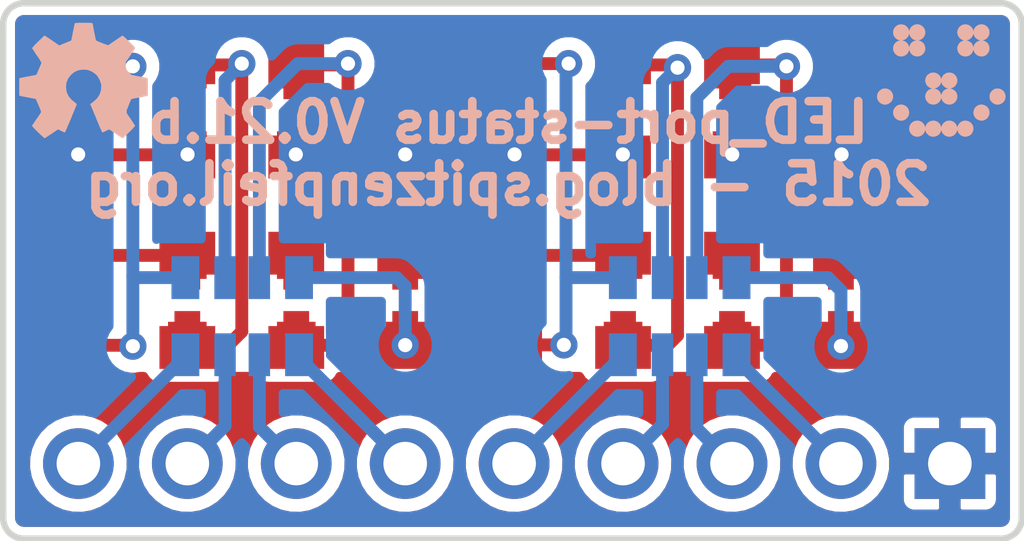
<source format=kicad_pcb>
(kicad_pcb (version 4) (host pcbnew "(2015-06-14 BZR 5748)-product")

  (general
    (links 104)
    (no_connects 0)
    (area 77.447857 80.37247 103.351401 93.267601)
    (thickness 0.6)
    (drawings 14)
    (tracks 149)
    (zones 0)
    (modules 21)
    (nets 18)
  )

  (page A4)
  (title_block
    (title LED_port-status)
    (date "Tue 09 Jun 2015")
    (rev 0.21.b)
    (company "2015 - blog.spitzenpfeil.org")
  )

  (layers
    (0 Front signal)
    (31 Back signal)
    (34 B.Paste user)
    (35 F.Paste user)
    (36 B.SilkS user)
    (37 F.SilkS user)
    (38 B.Mask user)
    (39 F.Mask user)
    (44 Edge.Cuts user)
    (46 B.CrtYd user)
    (47 F.CrtYd user)
  )

  (setup
    (last_trace_width 0.3)
    (user_trace_width 0.254)
    (trace_clearance 0.3)
    (zone_clearance 0.2)
    (zone_45_only no)
    (trace_min 0.254)
    (segment_width 0.15)
    (edge_width 0.15)
    (via_size 0.635)
    (via_drill 0.3302)
    (via_min_size 0.635)
    (via_min_drill 0.3302)
    (uvia_size 0.508)
    (uvia_drill 0.127)
    (uvias_allowed no)
    (uvia_min_size 0.508)
    (uvia_min_drill 0.127)
    (pcb_text_width 0.3)
    (pcb_text_size 1 1)
    (mod_edge_width 0.15)
    (mod_text_size 1.016 1.016)
    (mod_text_width 0.2032)
    (pad_size 1.65 1.65)
    (pad_drill 1.016)
    (pad_to_mask_clearance 0)
    (pad_to_paste_clearance_ratio -0.1)
    (aux_axis_origin 0 0)
    (visible_elements FFFFFF7F)
    (pcbplotparams
      (layerselection 0x010fc_80000001)
      (usegerberextensions true)
      (excludeedgelayer true)
      (linewidth 0.150000)
      (plotframeref false)
      (viasonmask false)
      (mode 1)
      (useauxorigin false)
      (hpglpennumber 1)
      (hpglpenspeed 20)
      (hpglpendiameter 15)
      (hpglpenoverlay 2)
      (psnegative false)
      (psa4output false)
      (plotreference true)
      (plotvalue true)
      (plotinvisibletext false)
      (padsonsilk false)
      (subtractmaskfromsilk true)
      (outputformat 1)
      (mirror false)
      (drillshape 0)
      (scaleselection 1)
      (outputdirectory gerber_files/))
  )

  (net 0 "")
  (net 1 "Net-(D1-Pad1)")
  (net 2 "Net-(D1-Pad2)")
  (net 3 "Net-(D10-Pad1)")
  (net 4 "Net-(D11-Pad1)")
  (net 5 "Net-(D12-Pad1)")
  (net 6 "Net-(D13-Pad1)")
  (net 7 "Net-(D14-Pad1)")
  (net 8 "Net-(D15-Pad1)")
  (net 9 "Net-(D16-Pad1)")
  (net 10 "Net-(P1-Pad2)")
  (net 11 "Net-(P1-Pad3)")
  (net 12 "Net-(P1-Pad4)")
  (net 13 "Net-(P1-Pad5)")
  (net 14 "Net-(P1-Pad6)")
  (net 15 "Net-(P1-Pad7)")
  (net 16 "Net-(P1-Pad8)")
  (net 17 "Net-(P1-Pad9)")

  (net_class Default "This is the default net class."
    (clearance 0.3)
    (trace_width 0.3)
    (via_dia 0.635)
    (via_drill 0.3302)
    (uvia_dia 0.508)
    (uvia_drill 0.127)
    (add_net "Net-(D1-Pad1)")
    (add_net "Net-(D1-Pad2)")
    (add_net "Net-(D10-Pad1)")
    (add_net "Net-(D11-Pad1)")
    (add_net "Net-(D12-Pad1)")
    (add_net "Net-(D13-Pad1)")
    (add_net "Net-(D14-Pad1)")
    (add_net "Net-(D15-Pad1)")
    (add_net "Net-(D16-Pad1)")
    (add_net "Net-(P1-Pad2)")
    (add_net "Net-(P1-Pad3)")
    (add_net "Net-(P1-Pad4)")
    (add_net "Net-(P1-Pad5)")
    (add_net "Net-(P1-Pad6)")
    (add_net "Net-(P1-Pad7)")
    (add_net "Net-(P1-Pad8)")
    (add_net "Net-(P1-Pad9)")
  )

  (module MADW__1206*4_resistor_array (layer Back) (tedit 55772386) (tstamp 5120CE32)
    (at 85.1 88 180)
    (path /5120CCDC)
    (clearance 0.3)
    (fp_text reference RP1 (at 0 2.5 180) (layer B.SilkS) hide
      (effects (font (size 1 1) (thickness 0.2)) (justify mirror))
    )
    (fp_text value 1k (at 0 -2.6 180) (layer B.SilkS) hide
      (effects (font (size 1 1) (thickness 0.2)) (justify mirror))
    )
    (pad 8 smd rect (at -1.325 0.9 180) (size 0.65 1) (layers Back B.Paste B.Mask)
      (net 5 "Net-(D12-Pad1)"))
    (pad 7 smd rect (at -0.4 0.9 180) (size 0.5 1) (layers Back B.Paste B.Mask)
      (net 4 "Net-(D11-Pad1)"))
    (pad 6 smd rect (at 0.4 0.9 180) (size 0.5 1) (layers Back B.Paste B.Mask)
      (net 3 "Net-(D10-Pad1)"))
    (pad 5 smd rect (at 1.325 0.9 180) (size 0.65 1) (layers Back B.Paste B.Mask)
      (net 2 "Net-(D1-Pad2)"))
    (pad 1 smd rect (at -1.325 -0.9 180) (size 0.65 1) (layers Back B.Paste B.Mask)
      (net 14 "Net-(P1-Pad6)"))
    (pad 2 smd rect (at -0.4 -0.9 180) (size 0.5 1) (layers Back B.Paste B.Mask)
      (net 15 "Net-(P1-Pad7)"))
    (pad 3 smd rect (at 0.4 -0.9 180) (size 0.5 1) (layers Back B.Paste B.Mask)
      (net 16 "Net-(P1-Pad8)"))
    (pad 4 smd rect (at 1.325 -0.9 180) (size 0.65 1) (layers Back B.Paste B.Mask)
      (net 17 "Net-(P1-Pad9)"))
    (model Resistors_SMD.3dshapes/R_Cat16-4.wrl
      (at (xyz 0 0 0))
      (scale (xyz 1 1 1))
      (rotate (xyz 0 0 90))
    )
  )

  (module MADW__1206*4_resistor_array (layer Back) (tedit 55772379) (tstamp 5120D39C)
    (at 95.3 88 180)
    (path /5120CD13)
    (clearance 0.3)
    (fp_text reference RP2 (at 0 2.5 180) (layer B.SilkS) hide
      (effects (font (size 1 1) (thickness 0.2)) (justify mirror))
    )
    (fp_text value 1k (at 0 -2.6 180) (layer B.SilkS) hide
      (effects (font (size 1 1) (thickness 0.2)) (justify mirror))
    )
    (pad 8 smd rect (at -1.325 0.9 180) (size 0.65 1) (layers Back B.Paste B.Mask)
      (net 9 "Net-(D16-Pad1)"))
    (pad 7 smd rect (at -0.4 0.9 180) (size 0.5 1) (layers Back B.Paste B.Mask)
      (net 8 "Net-(D15-Pad1)"))
    (pad 6 smd rect (at 0.4 0.9 180) (size 0.5 1) (layers Back B.Paste B.Mask)
      (net 7 "Net-(D14-Pad1)"))
    (pad 5 smd rect (at 1.325 0.9 180) (size 0.65 1) (layers Back B.Paste B.Mask)
      (net 6 "Net-(D13-Pad1)"))
    (pad 1 smd rect (at -1.325 -0.9 180) (size 0.65 1) (layers Back B.Paste B.Mask)
      (net 10 "Net-(P1-Pad2)"))
    (pad 2 smd rect (at -0.4 -0.9 180) (size 0.5 1) (layers Back B.Paste B.Mask)
      (net 11 "Net-(P1-Pad3)"))
    (pad 3 smd rect (at 0.4 -0.9 180) (size 0.5 1) (layers Back B.Paste B.Mask)
      (net 12 "Net-(P1-Pad4)"))
    (pad 4 smd rect (at 1.325 -0.9 180) (size 0.65 1) (layers Back B.Paste B.Mask)
      (net 13 "Net-(P1-Pad5)"))
    (model Resistors_SMD.3dshapes/R_Cat16-4.wrl
      (at (xyz 0 0 0))
      (scale (xyz 1 1 1))
      (rotate (xyz 0 0 90))
    )
  )

  (module my_parts:R_0805_0603_0402 (layer Front) (tedit 557720E2) (tstamp 50C62A64)
    (at 91.44 83.185 270)
    (descr "Resistor SMD 0805_0603_0402")
    (tags "resistor 0805 0603 0402")
    (path /50C63652)
    (attr smd)
    (fp_text reference D13 (at 0 -2.1 270) (layer F.SilkS) hide
      (effects (font (size 1 1) (thickness 0.15)))
    )
    (fp_text value LED (at 0 2.1 270) (layer F.SilkS) hide
      (effects (font (size 1 1) (thickness 0.15)))
    )
    (fp_line (start -2 -1.05) (end 2 -1.05) (layer F.CrtYd) (width 0.05))
    (fp_line (start -2 1.05) (end 2 1.05) (layer F.CrtYd) (width 0.05))
    (fp_line (start -2 -1.05) (end -2 1.05) (layer F.CrtYd) (width 0.05))
    (fp_line (start 2 -1.05) (end 2 1.05) (layer F.CrtYd) (width 0.05))
    (pad 1 smd rect (at -1.1 0 270) (size 1 1.3) (layers Front F.Paste F.Mask)
      (net 6 "Net-(D13-Pad1)"))
    (pad 2 smd rect (at 1.1 0 270) (size 1 1.3) (layers Front F.Paste F.Mask)
      (net 1 "Net-(D1-Pad1)"))
    (pad 1 smd rect (at -0.9 0 270) (size 0.8 0.9) (layers Front F.Paste F.Mask)
      (net 6 "Net-(D13-Pad1)"))
    (pad 2 smd rect (at 0.9 0 270) (size 0.8 0.9) (layers Front F.Paste F.Mask)
      (net 1 "Net-(D1-Pad1)"))
    (pad 1 smd rect (at -0.65 0 270) (size 0.8 0.6) (layers Front F.Paste F.Mask)
      (net 6 "Net-(D13-Pad1)"))
    (pad 2 smd rect (at 0.65 0 270) (size 0.8 0.6) (layers Front F.Paste F.Mask)
      (net 1 "Net-(D1-Pad1)"))
    (model Resistors_SMD.3dshapes/R_0402.wrl
      (at (xyz 0 0 0))
      (scale (xyz 1 1 1))
      (rotate (xyz 0 0 0))
    )
  )

  (module my_parts:R_0805_0603_0402 (layer Front) (tedit 557720D8) (tstamp 50C62A48)
    (at 88.9 83.185 270)
    (descr "Resistor SMD 0805_0603_0402")
    (tags "resistor 0805 0603 0402")
    (path /50C6364C)
    (attr smd)
    (fp_text reference D12 (at 0 -2.1 270) (layer F.SilkS) hide
      (effects (font (size 1 1) (thickness 0.15)))
    )
    (fp_text value LED (at 0 2.1 270) (layer F.SilkS) hide
      (effects (font (size 1 1) (thickness 0.15)))
    )
    (fp_line (start -2 -1.05) (end 2 -1.05) (layer F.CrtYd) (width 0.05))
    (fp_line (start -2 1.05) (end 2 1.05) (layer F.CrtYd) (width 0.05))
    (fp_line (start -2 -1.05) (end -2 1.05) (layer F.CrtYd) (width 0.05))
    (fp_line (start 2 -1.05) (end 2 1.05) (layer F.CrtYd) (width 0.05))
    (pad 1 smd rect (at -1.1 0 270) (size 1 1.3) (layers Front F.Paste F.Mask)
      (net 5 "Net-(D12-Pad1)"))
    (pad 2 smd rect (at 1.1 0 270) (size 1 1.3) (layers Front F.Paste F.Mask)
      (net 1 "Net-(D1-Pad1)"))
    (pad 1 smd rect (at -0.9 0 270) (size 0.8 0.9) (layers Front F.Paste F.Mask)
      (net 5 "Net-(D12-Pad1)"))
    (pad 2 smd rect (at 0.9 0 270) (size 0.8 0.9) (layers Front F.Paste F.Mask)
      (net 1 "Net-(D1-Pad1)"))
    (pad 1 smd rect (at -0.65 0 270) (size 0.8 0.6) (layers Front F.Paste F.Mask)
      (net 5 "Net-(D12-Pad1)"))
    (pad 2 smd rect (at 0.65 0 270) (size 0.8 0.6) (layers Front F.Paste F.Mask)
      (net 1 "Net-(D1-Pad1)"))
    (model Resistors_SMD.3dshapes/R_0402.wrl
      (at (xyz 0 0 0))
      (scale (xyz 1 1 1))
      (rotate (xyz 0 0 0))
    )
  )

  (module my_parts:R_0805_0603_0402 (layer Front) (tedit 55772065) (tstamp 50C62A2C)
    (at 86.36 83.185 270)
    (descr "Resistor SMD 0805_0603_0402")
    (tags "resistor 0805 0603 0402")
    (path /50C63646)
    (attr smd)
    (fp_text reference D11 (at 0 -2.1 270) (layer F.SilkS) hide
      (effects (font (size 1 1) (thickness 0.15)))
    )
    (fp_text value LED (at 0 2.1 270) (layer F.SilkS) hide
      (effects (font (size 1 1) (thickness 0.15)))
    )
    (fp_line (start -2 -1.05) (end 2 -1.05) (layer F.CrtYd) (width 0.05))
    (fp_line (start -2 1.05) (end 2 1.05) (layer F.CrtYd) (width 0.05))
    (fp_line (start -2 -1.05) (end -2 1.05) (layer F.CrtYd) (width 0.05))
    (fp_line (start 2 -1.05) (end 2 1.05) (layer F.CrtYd) (width 0.05))
    (pad 1 smd rect (at -1.1 0 270) (size 1 1.3) (layers Front F.Paste F.Mask)
      (net 4 "Net-(D11-Pad1)"))
    (pad 2 smd rect (at 1.1 0 270) (size 1 1.3) (layers Front F.Paste F.Mask)
      (net 1 "Net-(D1-Pad1)"))
    (pad 1 smd rect (at -0.9 0 270) (size 0.8 0.9) (layers Front F.Paste F.Mask)
      (net 4 "Net-(D11-Pad1)"))
    (pad 2 smd rect (at 0.9 0 270) (size 0.8 0.9) (layers Front F.Paste F.Mask)
      (net 1 "Net-(D1-Pad1)"))
    (pad 1 smd rect (at -0.65 0 270) (size 0.8 0.6) (layers Front F.Paste F.Mask)
      (net 4 "Net-(D11-Pad1)"))
    (pad 2 smd rect (at 0.65 0 270) (size 0.8 0.6) (layers Front F.Paste F.Mask)
      (net 1 "Net-(D1-Pad1)"))
    (model Resistors_SMD.3dshapes/R_0402.wrl
      (at (xyz 0 0 0))
      (scale (xyz 1 1 1))
      (rotate (xyz 0 0 0))
    )
  )

  (module my_parts:R_0805_0603_0402 (layer Front) (tedit 5577205C) (tstamp 50C62A10)
    (at 83.82 83.185 270)
    (descr "Resistor SMD 0805_0603_0402")
    (tags "resistor 0805 0603 0402")
    (path /50C63664)
    (attr smd)
    (fp_text reference D10 (at 0 -2.1 270) (layer F.SilkS) hide
      (effects (font (size 1 1) (thickness 0.15)))
    )
    (fp_text value LED (at 0 2.1 270) (layer F.SilkS) hide
      (effects (font (size 1 1) (thickness 0.15)))
    )
    (fp_line (start -2 -1.05) (end 2 -1.05) (layer F.CrtYd) (width 0.05))
    (fp_line (start -2 1.05) (end 2 1.05) (layer F.CrtYd) (width 0.05))
    (fp_line (start -2 -1.05) (end -2 1.05) (layer F.CrtYd) (width 0.05))
    (fp_line (start 2 -1.05) (end 2 1.05) (layer F.CrtYd) (width 0.05))
    (pad 1 smd rect (at -1.1 0 270) (size 1 1.3) (layers Front F.Paste F.Mask)
      (net 3 "Net-(D10-Pad1)"))
    (pad 2 smd rect (at 1.1 0 270) (size 1 1.3) (layers Front F.Paste F.Mask)
      (net 1 "Net-(D1-Pad1)"))
    (pad 1 smd rect (at -0.9 0 270) (size 0.8 0.9) (layers Front F.Paste F.Mask)
      (net 3 "Net-(D10-Pad1)"))
    (pad 2 smd rect (at 0.9 0 270) (size 0.8 0.9) (layers Front F.Paste F.Mask)
      (net 1 "Net-(D1-Pad1)"))
    (pad 1 smd rect (at -0.65 0 270) (size 0.8 0.6) (layers Front F.Paste F.Mask)
      (net 3 "Net-(D10-Pad1)"))
    (pad 2 smd rect (at 0.65 0 270) (size 0.8 0.6) (layers Front F.Paste F.Mask)
      (net 1 "Net-(D1-Pad1)"))
    (model Resistors_SMD.3dshapes/R_0402.wrl
      (at (xyz 0 0 0))
      (scale (xyz 1 1 1))
      (rotate (xyz 0 0 0))
    )
  )

  (module my_parts:R_0805_0603_0402 (layer Front) (tedit 55771E47) (tstamp 50CA96DF)
    (at 81.28 83.185 270)
    (descr "Resistor SMD 0805_0603_0402")
    (tags "resistor 0805 0603 0402")
    (path /50C63640)
    (attr smd)
    (fp_text reference D9 (at 0 -2.1 270) (layer F.SilkS) hide
      (effects (font (size 1 1) (thickness 0.15)))
    )
    (fp_text value LED (at 0 2.1 270) (layer F.SilkS) hide
      (effects (font (size 1 1) (thickness 0.15)))
    )
    (fp_line (start -2 -1.05) (end 2 -1.05) (layer F.CrtYd) (width 0.05))
    (fp_line (start -2 1.05) (end 2 1.05) (layer F.CrtYd) (width 0.05))
    (fp_line (start -2 -1.05) (end -2 1.05) (layer F.CrtYd) (width 0.05))
    (fp_line (start 2 -1.05) (end 2 1.05) (layer F.CrtYd) (width 0.05))
    (pad 1 smd rect (at -1.1 0 270) (size 1 1.3) (layers Front F.Paste F.Mask)
      (net 2 "Net-(D1-Pad2)"))
    (pad 2 smd rect (at 1.1 0 270) (size 1 1.3) (layers Front F.Paste F.Mask)
      (net 1 "Net-(D1-Pad1)"))
    (pad 1 smd rect (at -0.9 0 270) (size 0.8 0.9) (layers Front F.Paste F.Mask)
      (net 2 "Net-(D1-Pad2)"))
    (pad 2 smd rect (at 0.9 0 270) (size 0.8 0.9) (layers Front F.Paste F.Mask)
      (net 1 "Net-(D1-Pad1)"))
    (pad 1 smd rect (at -0.65 0 270) (size 0.8 0.6) (layers Front F.Paste F.Mask)
      (net 2 "Net-(D1-Pad2)"))
    (pad 2 smd rect (at 0.65 0 270) (size 0.8 0.6) (layers Front F.Paste F.Mask)
      (net 1 "Net-(D1-Pad1)"))
    (model Resistors_SMD.3dshapes/R_0402.wrl
      (at (xyz 0 0 0))
      (scale (xyz 1 1 1))
      (rotate (xyz 0 0 0))
    )
  )

  (module SIL-9 (layer Front) (tedit 55771E32) (tstamp 50C627EA)
    (at 91.44 91.44 180)
    (descr "Connecteur 9 pins")
    (tags "CONN DEV")
    (path /50C62311)
    (fp_text reference P1 (at -7.62 2.54 180) (layer F.SilkS) hide
      (effects (font (size 1.016 1.016) (thickness 0.2032)))
    )
    (fp_text value CONN_9 (at 2.54 2.54 180) (layer F.SilkS) hide
      (effects (font (size 1.016 1.016) (thickness 0.2032)))
    )
    (pad 1 thru_hole rect (at -10.16 0 180) (size 1.65 1.65) (drill 1.016) (layers *.Cu *.Mask)
      (net 1 "Net-(D1-Pad1)"))
    (pad 2 thru_hole circle (at -7.62 0 180) (size 1.65 1.65) (drill 1.016) (layers *.Cu *.Mask)
      (net 10 "Net-(P1-Pad2)"))
    (pad 3 thru_hole circle (at -5.08 0 180) (size 1.65 1.65) (drill 1.016) (layers *.Cu *.Mask)
      (net 11 "Net-(P1-Pad3)"))
    (pad 4 thru_hole circle (at -2.54 0 180) (size 1.65 1.65) (drill 1.016) (layers *.Cu *.Mask)
      (net 12 "Net-(P1-Pad4)"))
    (pad 5 thru_hole circle (at 0 0 180) (size 1.65 1.65) (drill 1.016) (layers *.Cu *.Mask)
      (net 13 "Net-(P1-Pad5)"))
    (pad 6 thru_hole circle (at 2.54 0 180) (size 1.65 1.65) (drill 1.016) (layers *.Cu *.Mask)
      (net 14 "Net-(P1-Pad6)"))
    (pad 7 thru_hole circle (at 5.08 0 180) (size 1.65 1.65) (drill 1.016) (layers *.Cu *.Mask)
      (net 15 "Net-(P1-Pad7)"))
    (pad 8 thru_hole circle (at 7.62 0 180) (size 1.65 1.65) (drill 1.016) (layers *.Cu *.Mask)
      (net 16 "Net-(P1-Pad8)"))
    (pad 9 thru_hole circle (at 10.16 0 180) (size 1.65 1.65) (drill 1.016) (layers *.Cu *.Mask)
      (net 17 "Net-(P1-Pad9)"))
    (model Pin_Headers.3dshapes/Pin_Header_Angled_1x09.wrl
      (at (xyz 0 0 0))
      (scale (xyz 1 1 1))
      (rotate (xyz 0 0 0))
    )
  )

  (module my_parts:R_0805_0603_0402 (layer Front) (tedit 55771DFD) (tstamp 50C63839)
    (at 81.28 87.63 270)
    (descr "Resistor SMD 0805_0603_0402")
    (tags "resistor 0805 0603 0402")
    (path /50C62534)
    (attr smd)
    (fp_text reference D1 (at 0 -2.1 270) (layer F.SilkS) hide
      (effects (font (size 1 1) (thickness 0.15)))
    )
    (fp_text value LED (at 0 2.1 270) (layer F.SilkS) hide
      (effects (font (size 1 1) (thickness 0.15)))
    )
    (fp_line (start -2 -1.05) (end 2 -1.05) (layer F.CrtYd) (width 0.05))
    (fp_line (start -2 1.05) (end 2 1.05) (layer F.CrtYd) (width 0.05))
    (fp_line (start -2 -1.05) (end -2 1.05) (layer F.CrtYd) (width 0.05))
    (fp_line (start 2 -1.05) (end 2 1.05) (layer F.CrtYd) (width 0.05))
    (pad 1 smd rect (at -1.1 0 270) (size 1 1.3) (layers Front F.Paste F.Mask)
      (net 1 "Net-(D1-Pad1)"))
    (pad 2 smd rect (at 1.1 0 270) (size 1 1.3) (layers Front F.Paste F.Mask)
      (net 2 "Net-(D1-Pad2)"))
    (pad 1 smd rect (at -0.9 0 270) (size 0.8 0.9) (layers Front F.Paste F.Mask)
      (net 1 "Net-(D1-Pad1)"))
    (pad 2 smd rect (at 0.9 0 270) (size 0.8 0.9) (layers Front F.Paste F.Mask)
      (net 2 "Net-(D1-Pad2)"))
    (pad 1 smd rect (at -0.65 0 270) (size 0.8 0.6) (layers Front F.Paste F.Mask)
      (net 1 "Net-(D1-Pad1)"))
    (pad 2 smd rect (at 0.65 0 270) (size 0.8 0.6) (layers Front F.Paste F.Mask)
      (net 2 "Net-(D1-Pad2)"))
    (model Resistors_SMD.3dshapes/R_0402.wrl
      (at (xyz 0 0 0))
      (scale (xyz 1 1 1))
      (rotate (xyz 0 0 0))
    )
  )

  (module LOGO (layer Back) (tedit 50C644C4) (tstamp 50C644A8)
    (at 81.4 82.5)
    (fp_text reference G2 (at 0 -1.59004) (layer B.SilkS) hide
      (effects (font (size 0.13462 0.13462) (thickness 0.0254)) (justify mirror))
    )
    (fp_text value LOGO (at 0 1.59004) (layer B.SilkS) hide
      (effects (font (size 0.13462 0.13462) (thickness 0.0254)) (justify mirror))
    )
    (fp_poly (pts (xy -0.90932 1.3462) (xy -0.89154 1.33858) (xy -0.85852 1.31572) (xy -0.80772 1.2827)
      (xy -0.7493 1.2446) (xy -0.68834 1.20396) (xy -0.64008 1.17094) (xy -0.60452 1.14808)
      (xy -0.59182 1.14046) (xy -0.5842 1.143) (xy -0.55626 1.15824) (xy -0.51562 1.17856)
      (xy -0.49022 1.19126) (xy -0.45212 1.2065) (xy -0.43434 1.21158) (xy -0.4318 1.2065)
      (xy -0.41656 1.17602) (xy -0.39624 1.12776) (xy -0.3683 1.06172) (xy -0.33528 0.98552)
      (xy -0.29972 0.90424) (xy -0.2667 0.82042) (xy -0.23368 0.74168) (xy -0.2032 0.66802)
      (xy -0.18034 0.6096) (xy -0.1651 0.56896) (xy -0.15748 0.55118) (xy -0.16002 0.54864)
      (xy -0.1778 0.53086) (xy -0.21082 0.50546) (xy -0.28194 0.44704) (xy -0.35306 0.36068)
      (xy -0.39624 0.26162) (xy -0.40894 0.14986) (xy -0.39878 0.04826) (xy -0.35814 -0.04826)
      (xy -0.28956 -0.13716) (xy -0.20574 -0.2032) (xy -0.10922 -0.24384) (xy 0 -0.25654)
      (xy 0.10414 -0.24638) (xy 0.2032 -0.20574) (xy 0.2921 -0.1397) (xy 0.3302 -0.09652)
      (xy 0.381 -0.00508) (xy 0.41148 0.0889) (xy 0.41402 0.11176) (xy 0.40894 0.21844)
      (xy 0.37846 0.32004) (xy 0.32258 0.40894) (xy 0.24638 0.4826) (xy 0.23622 0.49022)
      (xy 0.20066 0.51816) (xy 0.17526 0.53594) (xy 0.15748 0.55118) (xy 0.2921 0.87376)
      (xy 0.31242 0.92456) (xy 0.35052 1.01346) (xy 0.381 1.08966) (xy 0.40894 1.15062)
      (xy 0.42672 1.19126) (xy 0.43434 1.2065) (xy 0.43434 1.2065) (xy 0.44704 1.20904)
      (xy 0.4699 1.20142) (xy 0.51562 1.17856) (xy 0.5461 1.16332) (xy 0.57912 1.14808)
      (xy 0.59436 1.14046) (xy 0.6096 1.14808) (xy 0.64262 1.1684) (xy 0.68834 1.20142)
      (xy 0.74676 1.23952) (xy 0.80264 1.27762) (xy 0.85344 1.31064) (xy 0.889 1.33604)
      (xy 0.90678 1.34366) (xy 0.90932 1.34366) (xy 0.9271 1.33604) (xy 0.95504 1.31064)
      (xy 0.99822 1.27) (xy 1.06172 1.20904) (xy 1.07188 1.19888) (xy 1.12268 1.14808)
      (xy 1.16332 1.10236) (xy 1.19126 1.07188) (xy 1.20142 1.05918) (xy 1.20142 1.05918)
      (xy 1.19126 1.0414) (xy 1.1684 1.0033) (xy 1.13538 0.9525) (xy 1.09474 0.89154)
      (xy 0.98806 0.7366) (xy 1.04648 0.59182) (xy 1.06426 0.5461) (xy 1.08712 0.49022)
      (xy 1.1049 0.45212) (xy 1.11252 0.43434) (xy 1.1303 0.42926) (xy 1.1684 0.4191)
      (xy 1.22682 0.40894) (xy 1.29794 0.39624) (xy 1.36398 0.38354) (xy 1.4224 0.37084)
      (xy 1.46558 0.36322) (xy 1.4859 0.36068) (xy 1.49098 0.3556) (xy 1.49352 0.34798)
      (xy 1.49606 0.32766) (xy 1.4986 0.28956) (xy 1.4986 0.23368) (xy 1.4986 0.14986)
      (xy 1.4986 0.14224) (xy 1.4986 0.0635) (xy 1.49606 0) (xy 1.49352 -0.0381)
      (xy 1.49098 -0.05588) (xy 1.49098 -0.05588) (xy 1.4732 -0.06096) (xy 1.43002 -0.06858)
      (xy 1.3716 -0.08128) (xy 1.30048 -0.09398) (xy 1.2954 -0.09398) (xy 1.22428 -0.10922)
      (xy 1.16586 -0.12192) (xy 1.12268 -0.12954) (xy 1.1049 -0.13716) (xy 1.10236 -0.14224)
      (xy 1.08712 -0.17018) (xy 1.0668 -0.21336) (xy 1.04394 -0.2667) (xy 1.02108 -0.32258)
      (xy 1.00076 -0.37338) (xy 0.98806 -0.40894) (xy 0.98298 -0.42672) (xy 0.98298 -0.42672)
      (xy 0.99314 -0.4445) (xy 1.01854 -0.48006) (xy 1.0541 -0.53086) (xy 1.09474 -0.59182)
      (xy 1.09728 -0.5969) (xy 1.13792 -0.65786) (xy 1.17094 -0.70866) (xy 1.1938 -0.74422)
      (xy 1.20142 -0.75946) (xy 1.20142 -0.762) (xy 1.18872 -0.77978) (xy 1.15824 -0.8128)
      (xy 1.11252 -0.85852) (xy 1.06172 -0.91186) (xy 1.04394 -0.9271) (xy 0.98552 -0.98552)
      (xy 0.94488 -1.02108) (xy 0.91948 -1.0414) (xy 0.90932 -1.04648) (xy 0.90678 -1.04648)
      (xy 0.889 -1.03632) (xy 0.8509 -1.01092) (xy 0.8001 -0.97536) (xy 0.73914 -0.93472)
      (xy 0.7366 -0.93218) (xy 0.67564 -0.89154) (xy 0.62484 -0.85598) (xy 0.58928 -0.83312)
      (xy 0.57404 -0.8255) (xy 0.5715 -0.8255) (xy 0.54864 -0.83058) (xy 0.50546 -0.84582)
      (xy 0.45212 -0.86614) (xy 0.39624 -0.889) (xy 0.34544 -0.90932) (xy 0.30988 -0.9271)
      (xy 0.2921 -0.93726) (xy 0.28956 -0.93726) (xy 0.28448 -0.96012) (xy 0.27432 -1.00584)
      (xy 0.26162 -1.0668) (xy 0.24638 -1.14046) (xy 0.24384 -1.15062) (xy 0.23114 -1.22428)
      (xy 0.22098 -1.2827) (xy 0.21082 -1.32334) (xy 0.20828 -1.34112) (xy 0.19812 -1.34112)
      (xy 0.16256 -1.34366) (xy 0.10922 -1.3462) (xy 0.04318 -1.3462) (xy -0.02286 -1.3462)
      (xy -0.0889 -1.3462) (xy -0.14478 -1.34366) (xy -0.18542 -1.34112) (xy -0.2032 -1.33604)
      (xy -0.2032 -1.33604) (xy -0.20828 -1.31318) (xy -0.21844 -1.27) (xy -0.23114 -1.2065)
      (xy -0.24638 -1.13284) (xy -0.24892 -1.12014) (xy -0.26162 -1.04902) (xy -0.27432 -0.9906)
      (xy -0.28194 -0.94996) (xy -0.28702 -0.93472) (xy -0.2921 -0.93218) (xy -0.32258 -0.91694)
      (xy -0.37084 -0.89916) (xy -0.42926 -0.87376) (xy -0.56642 -0.81788) (xy -0.73406 -0.93472)
      (xy -0.7493 -0.94488) (xy -0.81026 -0.98552) (xy -0.86106 -1.01854) (xy -0.89662 -1.0414)
      (xy -0.90932 -1.04902) (xy -0.91186 -1.04902) (xy -0.9271 -1.03378) (xy -0.96012 -1.0033)
      (xy -1.00584 -0.95758) (xy -1.05918 -0.90678) (xy -1.09982 -0.86614) (xy -1.14554 -0.82042)
      (xy -1.17348 -0.7874) (xy -1.19126 -0.76708) (xy -1.19634 -0.75438) (xy -1.1938 -0.74676)
      (xy -1.18364 -0.72898) (xy -1.15824 -0.69342) (xy -1.12522 -0.64008) (xy -1.08458 -0.58166)
      (xy -1.04902 -0.53086) (xy -1.01346 -0.47498) (xy -0.9906 -0.43434) (xy -0.98044 -0.41656)
      (xy -0.98298 -0.4064) (xy -0.99568 -0.37338) (xy -1.016 -0.32512) (xy -1.0414 -0.26416)
      (xy -1.09982 -0.13208) (xy -1.18618 -0.1143) (xy -1.23952 -0.10414) (xy -1.31318 -0.09144)
      (xy -1.3843 -0.0762) (xy -1.49606 -0.05588) (xy -1.4986 0.34798) (xy -1.48082 0.3556)
      (xy -1.46558 0.36068) (xy -1.42494 0.37084) (xy -1.36652 0.381) (xy -1.29794 0.3937)
      (xy -1.23698 0.4064) (xy -1.17856 0.41656) (xy -1.13538 0.42418) (xy -1.1176 0.42926)
      (xy -1.11252 0.43434) (xy -1.09728 0.46482) (xy -1.07696 0.51054) (xy -1.0541 0.56388)
      (xy -1.0287 0.6223) (xy -1.00838 0.6731) (xy -0.99314 0.71374) (xy -0.98806 0.73406)
      (xy -0.99568 0.7493) (xy -1.01854 0.78486) (xy -1.05156 0.83566) (xy -1.0922 0.89408)
      (xy -1.13284 0.9525) (xy -1.16586 1.0033) (xy -1.19126 1.03886) (xy -1.19888 1.05664)
      (xy -1.1938 1.0668) (xy -1.17094 1.09474) (xy -1.12776 1.14046) (xy -1.06172 1.2065)
      (xy -1.04902 1.21666) (xy -0.99822 1.26746) (xy -0.9525 1.3081) (xy -0.92202 1.33604)
      (xy -0.90932 1.3462)) (layer B.SilkS) (width 0.00254))
  )

  (module LOGO (layer Back) (tedit 50C6431B) (tstamp 50C6431E)
    (at 101.4 82.5)
    (fp_text reference G1 (at 0 -1.7272) (layer B.SilkS) hide
      (effects (font (size 0.127 0.127) (thickness 0.00762)) (justify mirror))
    )
    (fp_text value LOGO (at 0 1.7272) (layer B.SilkS) hide
      (effects (font (size 0.0381 0.0381) (thickness 0.00762)) (justify mirror))
    )
    (fp_poly (pts (xy 0.56642 1.31064) (xy 0.60452 1.30556) (xy 0.63754 1.2954) (xy 0.65278 1.28778)
      (xy 0.6858 1.26492) (xy 0.7112 1.23698) (xy 0.72898 1.2065) (xy 0.74168 1.17094)
      (xy 0.7493 1.13538) (xy 0.74676 1.09728) (xy 0.73914 1.06172) (xy 0.72136 1.02616)
      (xy 0.7112 1.01092) (xy 0.69596 0.99314) (xy 0.67818 0.9779) (xy 0.66294 0.9652)
      (xy 0.65786 0.96266) (xy 0.62484 0.94742) (xy 0.59182 0.9398) (xy 0.55372 0.93726)
      (xy 0.54102 0.93726) (xy 0.5207 0.9398) (xy 0.50292 0.94488) (xy 0.4826 0.95504)
      (xy 0.45974 0.9652) (xy 0.42926 0.9906) (xy 0.4064 1.02108) (xy 0.38608 1.0541)
      (xy 0.381 1.06934) (xy 0.37592 1.08966) (xy 0.37338 1.10236) (xy 0.37338 1.1049)
      (xy 0.37338 1.1049) (xy 0.37338 1.09728) (xy 0.37338 1.09728) (xy 0.36576 1.07188)
      (xy 0.35814 1.04902) (xy 0.34544 1.02616) (xy 0.32512 0.99822) (xy 0.29718 0.97282)
      (xy 0.26416 0.9525) (xy 0.22606 0.9398) (xy 0.18796 0.93726) (xy 0.1778 0.93726)
      (xy 0.14732 0.9398) (xy 0.11938 0.94742) (xy 0.1143 0.94996) (xy 0.08128 0.96774)
      (xy 0.05334 0.9906) (xy 0.03048 1.02108) (xy 0.0127 1.05156) (xy 0.00254 1.08458)
      (xy 0.00254 1.08712) (xy 0 1.09474) (xy 0 1.09982) (xy 0 1.09982)
      (xy 0 1.09474) (xy -0.00254 1.08458) (xy -0.00254 1.08204) (xy -0.01524 1.04902)
      (xy -0.03302 1.016) (xy -0.05588 0.98806) (xy -0.07874 0.97028) (xy -0.11176 0.9525)
      (xy -0.14732 0.9398) (xy -0.18796 0.93726) (xy -0.2159 0.9398) (xy -0.25146 0.94742)
      (xy -0.28702 0.9652) (xy -0.3175 0.98806) (xy -0.34036 1.01854) (xy -0.34544 1.02362)
      (xy -0.35306 1.03632) (xy -0.35814 1.04902) (xy -0.36068 1.05664) (xy -0.3683 1.07442)
      (xy -0.37084 1.08966) (xy -0.37338 1.10236) (xy -0.37338 1.1049) (xy -0.37338 1.1049)
      (xy -0.37592 1.09728) (xy -0.37846 1.07696) (xy -0.38862 1.05156) (xy -0.39878 1.0287)
      (xy -0.42164 0.99822) (xy -0.45212 0.97282) (xy -0.48514 0.9525) (xy -0.5207 0.9398)
      (xy -0.5588 0.93726) (xy -0.59436 0.9398) (xy -0.63246 0.94996) (xy -0.66548 0.96774)
      (xy -0.69596 0.99314) (xy -0.7112 1.01092) (xy -0.7239 1.03124) (xy -0.7366 1.0541)
      (xy -0.74168 1.07442) (xy -0.7493 1.11252) (xy -0.74676 1.14808) (xy -0.73914 1.18364)
      (xy -0.7239 1.21666) (xy -0.70358 1.2446) (xy -0.67818 1.27) (xy -0.6477 1.29032)
      (xy -0.61468 1.30302) (xy -0.57658 1.31064) (xy -0.5715 1.31064) (xy -0.5334 1.31064)
      (xy -0.49784 1.30048) (xy -0.46482 1.28524) (xy -0.45212 1.27508) (xy -0.42672 1.25476)
      (xy -0.40386 1.22682) (xy -0.38862 1.19888) (xy -0.38608 1.18872) (xy -0.381 1.17348)
      (xy -0.37592 1.1557) (xy -0.37338 1.143) (xy -0.37338 1.13538) (xy -0.37338 1.143)
      (xy -0.37338 1.15062) (xy -0.3683 1.16586) (xy -0.36322 1.18618) (xy -0.35814 1.20142)
      (xy -0.34798 1.2192) (xy -0.32512 1.24968) (xy -0.29718 1.27508) (xy -0.26416 1.2954)
      (xy -0.22606 1.3081) (xy -0.22098 1.3081) (xy -0.19558 1.31064) (xy -0.16764 1.31064)
      (xy -0.14224 1.30556) (xy -0.11684 1.29794) (xy -0.08382 1.28016) (xy -0.0508 1.25476)
      (xy -0.0508 1.25222) (xy -0.02794 1.22682) (xy -0.0127 1.1938) (xy -0.00254 1.16332)
      (xy -0.00254 1.16078) (xy 0 1.15316) (xy 0 1.14808) (xy 0 1.15062)
      (xy 0.00254 1.15824) (xy 0.00254 1.16078) (xy 0.00762 1.1811) (xy 0.01524 1.20142)
      (xy 0.02794 1.22174) (xy 0.04318 1.2446) (xy 0.07112 1.27254) (xy 0.10414 1.29286)
      (xy 0.14224 1.30556) (xy 0.14732 1.3081) (xy 0.17272 1.31064) (xy 0.20066 1.31064)
      (xy 0.22606 1.3081) (xy 0.24638 1.30048) (xy 0.28194 1.28524) (xy 0.31242 1.26238)
      (xy 0.33782 1.23444) (xy 0.35814 1.20142) (xy 0.36068 1.19126) (xy 0.3683 1.17348)
      (xy 0.37084 1.1557) (xy 0.37338 1.143) (xy 0.37338 1.143) (xy 0.37338 1.143)
      (xy 0.37592 1.15062) (xy 0.37592 1.15062) (xy 0.381 1.17348) (xy 0.39116 1.19888)
      (xy 0.40132 1.22174) (xy 0.4064 1.22936) (xy 0.42926 1.2573) (xy 0.45974 1.28016)
      (xy 0.49276 1.29794) (xy 0.52832 1.3081) (xy 0.56642 1.31064)) (layer B.SilkS) (width 0.00254))
    (fp_poly (pts (xy -0.94742 0.93726) (xy -0.92456 0.93472) (xy -0.90424 0.93472) (xy -0.87884 0.9271)
      (xy -0.84328 0.91186) (xy -0.8128 0.889) (xy -0.7874 0.86106) (xy -0.76708 0.82804)
      (xy -0.75438 0.79248) (xy -0.7493 0.75438) (xy -0.75184 0.71628) (xy -0.762 0.68072)
      (xy -0.77724 0.6477) (xy -0.80264 0.61722) (xy -0.83312 0.59182) (xy -0.84074 0.58674)
      (xy -0.87884 0.5715) (xy -0.9144 0.56134) (xy -0.95504 0.56134) (xy -0.99314 0.56896)
      (xy -1.02362 0.58166) (xy -1.05664 0.60452) (xy -1.08204 0.63246) (xy -1.1049 0.66548)
      (xy -1.1176 0.70358) (xy -1.12268 0.72136) (xy -1.12268 0.74676) (xy -1.12268 0.76962)
      (xy -1.12014 0.78994) (xy -1.1176 0.79756) (xy -1.10236 0.83566) (xy -1.08204 0.86868)
      (xy -1.05156 0.89662) (xy -1.01854 0.91694) (xy -1.0033 0.92456) (xy -0.98044 0.93218)
      (xy -0.96012 0.93472) (xy -0.94742 0.93726)) (layer B.SilkS) (width 0.00254))
    (fp_poly (pts (xy 0.9398 0.93726) (xy 0.9779 0.93218) (xy 1.016 0.91948) (xy 1.05156 0.89662)
      (xy 1.05918 0.89154) (xy 1.08458 0.8636) (xy 1.1049 0.83058) (xy 1.1176 0.79502)
      (xy 1.12268 0.7747) (xy 1.12268 0.75184) (xy 1.12268 0.72644) (xy 1.12014 0.70866)
      (xy 1.1176 0.6985) (xy 1.10236 0.6604) (xy 1.08204 0.62992) (xy 1.0541 0.60198)
      (xy 1.02108 0.58166) (xy 0.98552 0.56896) (xy 0.94742 0.56134) (xy 0.93218 0.56134)
      (xy 0.89408 0.56642) (xy 0.85852 0.57658) (xy 0.82804 0.5969) (xy 0.8001 0.61976)
      (xy 0.77724 0.65024) (xy 0.762 0.68326) (xy 0.75184 0.71882) (xy 0.7493 0.75692)
      (xy 0.75184 0.77978) (xy 0.75692 0.8001) (xy 0.76454 0.82296) (xy 0.77978 0.8509)
      (xy 0.80264 0.88138) (xy 0.83312 0.90424) (xy 0.86614 0.92202) (xy 0.9017 0.93218)
      (xy 0.9398 0.93726)) (layer B.SilkS) (width 0.00254))
    (fp_poly (pts (xy -1.3208 0.56134) (xy -1.2954 0.56134) (xy -1.27254 0.55626) (xy -1.2446 0.54864)
      (xy -1.21158 0.53086) (xy -1.17856 0.50546) (xy -1.15824 0.4826) (xy -1.14046 0.44958)
      (xy -1.12776 0.41402) (xy -1.12522 0.39878) (xy -1.12522 0.37592) (xy -1.12522 0.35306)
      (xy -1.12776 0.33528) (xy -1.1303 0.32258) (xy -1.14554 0.28702) (xy -1.16586 0.254)
      (xy -1.1938 0.22606) (xy -1.22936 0.20574) (xy -1.24206 0.20066) (xy -1.26492 0.1905)
      (xy -1.29032 0.18796) (xy -1.31826 0.18796) (xy -1.33604 0.18796) (xy -1.35636 0.1905)
      (xy -1.37414 0.19558) (xy -1.39446 0.20574) (xy -1.40716 0.21336) (xy -1.43764 0.23622)
      (xy -1.46304 0.26416) (xy -1.48336 0.29972) (xy -1.49606 0.33782) (xy -1.49606 0.34544)
      (xy -1.4986 0.3683) (xy -1.4986 0.39116) (xy -1.49606 0.41148) (xy -1.49352 0.42418)
      (xy -1.47828 0.45974) (xy -1.45542 0.49276) (xy -1.43002 0.5207) (xy -1.39446 0.54102)
      (xy -1.3589 0.55626) (xy -1.3462 0.5588) (xy -1.3208 0.56134)) (layer B.SilkS) (width 0.00254))
    (fp_poly (pts (xy 0.18288 0.56134) (xy 0.21844 0.5588) (xy 0.254 0.54864) (xy 0.27686 0.53848)
      (xy 0.30734 0.51562) (xy 0.33528 0.48768) (xy 0.3556 0.45466) (xy 0.3683 0.4191)
      (xy 0.37084 0.41148) (xy 0.37338 0.381) (xy 0.37338 0.35306) (xy 0.36576 0.32004)
      (xy 0.35052 0.28194) (xy 0.32766 0.25146) (xy 0.29972 0.22606) (xy 0.2667 0.20574)
      (xy 0.2286 0.1905) (xy 0.20574 0.18542) (xy 0.21844 0.18288) (xy 0.22098 0.18288)
      (xy 0.24638 0.17526) (xy 0.27432 0.16256) (xy 0.30226 0.14732) (xy 0.3048 0.14224)
      (xy 0.33274 0.11684) (xy 0.35306 0.08382) (xy 0.36576 0.04826) (xy 0.37338 0.0127)
      (xy 0.37338 -0.02286) (xy 0.36322 -0.05842) (xy 0.34798 -0.09398) (xy 0.34798 -0.09652)
      (xy 0.32258 -0.127) (xy 0.29464 -0.1524) (xy 0.26416 -0.17018) (xy 0.2286 -0.18034)
      (xy 0.19304 -0.18542) (xy 0.15748 -0.18288) (xy 0.12192 -0.17526) (xy 0.0889 -0.15748)
      (xy 0.05588 -0.13462) (xy 0.04064 -0.11684) (xy 0.02286 -0.0889) (xy 0.00762 -0.06096)
      (xy 0.00254 -0.03302) (xy 0 -0.0254) (xy 0 -0.02286) (xy 0 -0.0254)
      (xy -0.00254 -0.03302) (xy -0.00762 -0.05842) (xy -0.02032 -0.08382) (xy -0.03556 -0.10922)
      (xy -0.04572 -0.12192) (xy -0.07366 -0.14732) (xy -0.10668 -0.16764) (xy -0.14224 -0.18034)
      (xy -0.18034 -0.18542) (xy -0.21844 -0.18288) (xy -0.2413 -0.1778) (xy -0.27686 -0.16256)
      (xy -0.30734 -0.14224) (xy -0.33528 -0.1143) (xy -0.3556 -0.08128) (xy -0.3683 -0.04318)
      (xy -0.37084 -0.0254) (xy -0.37338 0.0127) (xy -0.36576 0.04826) (xy -0.35306 0.08382)
      (xy -0.33274 0.11684) (xy -0.3048 0.14224) (xy -0.27178 0.1651) (xy -0.25654 0.17272)
      (xy -0.23876 0.1778) (xy -0.22352 0.18288) (xy -0.21082 0.18542) (xy -0.21082 0.18542)
      (xy -0.21082 0.18542) (xy -0.21844 0.18796) (xy -0.23622 0.19304) (xy -0.26162 0.2032)
      (xy -0.28448 0.21336) (xy -0.29464 0.22098) (xy -0.32004 0.24384) (xy -0.3429 0.26924)
      (xy -0.35814 0.29718) (xy -0.3683 0.3302) (xy -0.37338 0.36322) (xy -0.37338 0.39624)
      (xy -0.37084 0.40132) (xy -0.36068 0.44196) (xy -0.3429 0.47498) (xy -0.3175 0.50546)
      (xy -0.29718 0.52578) (xy -0.26416 0.5461) (xy -0.22606 0.55626) (xy -0.21336 0.5588)
      (xy -0.19304 0.56134) (xy -0.17018 0.5588) (xy -0.14986 0.5588) (xy -0.13462 0.55372)
      (xy -0.12192 0.55118) (xy -0.08636 0.5334) (xy -0.05588 0.508) (xy -0.03048 0.47752)
      (xy -0.02032 0.46228) (xy -0.01016 0.43688) (xy -0.00254 0.41148) (xy -0.00254 0.41148)
      (xy 0 0.40132) (xy 0 0.39878) (xy 0 0.39878) (xy 0 0.34798)
      (xy 0 0.34798) (xy 0 0.34544) (xy -0.00254 0.33528) (xy -0.00254 0.33274)
      (xy -0.01524 0.29972) (xy -0.03302 0.2667) (xy -0.05588 0.23876) (xy -0.08382 0.2159)
      (xy -0.11684 0.20066) (xy -0.11938 0.19812) (xy -0.13462 0.19304) (xy -0.14986 0.1905)
      (xy -0.16764 0.18542) (xy -0.1524 0.18288) (xy -0.12954 0.1778) (xy -0.09652 0.16256)
      (xy -0.06604 0.14224) (xy -0.0381 0.1143) (xy -0.01778 0.08382) (xy -0.0127 0.06858)
      (xy -0.00508 0.04826) (xy -0.00254 0.03302) (xy 0 0.0254) (xy 0 0.02286)
      (xy 0 0.0254) (xy 0.00254 0.03302) (xy 0.00508 0.04572) (xy 0.01016 0.06604)
      (xy 0.01778 0.08382) (xy 0.03048 0.10414) (xy 0.05588 0.13208) (xy 0.08382 0.15494)
      (xy 0.11684 0.17272) (xy 0.1524 0.18288) (xy 0.16764 0.18542) (xy 0.1524 0.1905)
      (xy 0.14986 0.1905) (xy 0.13208 0.19304) (xy 0.11684 0.20066) (xy 0.1143 0.20066)
      (xy 0.08128 0.21844) (xy 0.05334 0.2413) (xy 0.03048 0.26924) (xy 0.0127 0.30226)
      (xy 0.00254 0.33528) (xy 0.00254 0.33528) (xy 0 0.34544) (xy 0 0.34798)
      (xy 0 0.39878) (xy 0 0.39878) (xy 0 0.40386) (xy 0.00254 0.41148)
      (xy 0.01016 0.43688) (xy 0.0254 0.4699) (xy 0.04826 0.50038) (xy 0.0762 0.52578)
      (xy 0.10922 0.54356) (xy 0.10922 0.54356) (xy 0.14478 0.55626) (xy 0.18288 0.56134)) (layer B.SilkS) (width 0.00254))
    (fp_poly (pts (xy 1.29794 0.56134) (xy 1.32842 0.56134) (xy 1.35636 0.55626) (xy 1.37414 0.55118)
      (xy 1.4097 0.5334) (xy 1.44018 0.51054) (xy 1.46558 0.4826) (xy 1.48336 0.44958)
      (xy 1.49352 0.41402) (xy 1.4986 0.37338) (xy 1.4986 0.35814) (xy 1.49098 0.32004)
      (xy 1.47574 0.28448) (xy 1.45288 0.24892) (xy 1.44526 0.24384) (xy 1.41986 0.22098)
      (xy 1.38938 0.2032) (xy 1.35636 0.1905) (xy 1.35382 0.1905) (xy 1.32588 0.18796)
      (xy 1.2954 0.18796) (xy 1.26746 0.1905) (xy 1.2573 0.19304) (xy 1.22174 0.20828)
      (xy 1.19126 0.23114) (xy 1.16586 0.25654) (xy 1.14554 0.28702) (xy 1.1303 0.32004)
      (xy 1.12522 0.35814) (xy 1.12522 0.39624) (xy 1.13284 0.43434) (xy 1.14554 0.46228)
      (xy 1.1684 0.49276) (xy 1.19634 0.5207) (xy 1.22682 0.54102) (xy 1.26492 0.55626)
      (xy 1.26746 0.55626) (xy 1.29794 0.56134)) (layer B.SilkS) (width 0.00254))
    (fp_poly (pts (xy -0.55626 -0.56134) (xy -0.51816 -0.56642) (xy -0.4826 -0.57912) (xy -0.46482 -0.58674)
      (xy -0.44958 -0.59944) (xy -0.4318 -0.61468) (xy -0.41148 -0.635) (xy -0.39116 -0.66802)
      (xy -0.37846 -0.70358) (xy -0.37592 -0.71374) (xy -0.37338 -0.73914) (xy -0.37338 -0.76454)
      (xy -0.37846 -0.7874) (xy -0.38862 -0.82042) (xy -0.40386 -0.85344) (xy -0.42672 -0.88138)
      (xy -0.4318 -0.88392) (xy -0.44958 -0.89916) (xy -0.4699 -0.91186) (xy -0.48768 -0.92202)
      (xy -0.4953 -0.92456) (xy -0.51054 -0.92964) (xy -0.52578 -0.93218) (xy -0.53594 -0.93472)
      (xy -0.54356 -0.93472) (xy -0.53594 -0.93726) (xy -0.52578 -0.9398) (xy -0.51562 -0.94234)
      (xy -0.50038 -0.94488) (xy -0.47244 -0.96012) (xy -0.4445 -0.97536) (xy -0.42418 -0.99568)
      (xy -0.4191 -1.00076) (xy -0.39624 -1.03378) (xy -0.381 -1.06934) (xy -0.37338 -1.1049)
      (xy -0.37338 -1.143) (xy -0.37592 -1.15316) (xy -0.38608 -1.19126) (xy -0.40386 -1.22428)
      (xy -0.42926 -1.2573) (xy -0.45212 -1.27508) (xy -0.48514 -1.2954) (xy -0.5207 -1.3081)
      (xy -0.52832 -1.3081) (xy -0.55372 -1.31064) (xy -0.57912 -1.31064) (xy -0.60452 -1.30556)
      (xy -0.62484 -1.30048) (xy -0.6604 -1.2827) (xy -0.69088 -1.25984) (xy -0.71374 -1.2319)
      (xy -0.73406 -1.19888) (xy -0.74422 -1.16332) (xy -0.74676 -1.15824) (xy -0.7493 -1.15062)
      (xy -0.7493 -1.14554) (xy -0.75184 -1.15062) (xy -0.75184 -1.15824) (xy -0.75438 -1.17348)
      (xy -0.762 -1.19126) (xy -0.76708 -1.2065) (xy -0.7747 -1.21666) (xy -0.79756 -1.24968)
      (xy -0.8255 -1.27508) (xy -0.85852 -1.2954) (xy -0.89408 -1.30556) (xy -0.93472 -1.31064)
      (xy -0.9652 -1.3081) (xy -1.00076 -1.30048) (xy -1.03378 -1.2827) (xy -1.0541 -1.27)
      (xy -1.08204 -1.24206) (xy -1.10236 -1.21158) (xy -1.1176 -1.17602) (xy -1.12268 -1.14046)
      (xy -1.12268 -1.10236) (xy -1.11506 -1.0668) (xy -1.09982 -1.03124) (xy -1.07696 -1.00076)
      (xy -1.04902 -0.97282) (xy -1.01346 -0.9525) (xy -0.97536 -0.9398) (xy -0.95504 -0.93472)
      (xy -0.96774 -0.93472) (xy -0.97536 -0.93218) (xy -1.00584 -0.92456) (xy -1.03378 -0.90932)
      (xy -1.06172 -0.889) (xy -1.08458 -0.86614) (xy -1.09728 -0.84582) (xy -1.10998 -0.82042)
      (xy -1.1176 -0.79502) (xy -1.12268 -0.7747) (xy -1.12268 -0.75184) (xy -1.12268 -0.72644)
      (xy -1.12014 -0.70866) (xy -1.11252 -0.6858) (xy -1.09474 -0.65024) (xy -1.07188 -0.61976)
      (xy -1.0414 -0.59436) (xy -1.00838 -0.57404) (xy -0.96774 -0.56388) (xy -0.95758 -0.56134)
      (xy -0.93472 -0.56134) (xy -0.91186 -0.56388) (xy -0.889 -0.56642) (xy -0.87376 -0.5715)
      (xy -0.8382 -0.58928) (xy -0.80772 -0.61214) (xy -0.78232 -0.64008) (xy -0.76454 -0.6731)
      (xy -0.75184 -0.7112) (xy -0.75184 -0.71374) (xy -0.7493 -0.7239) (xy -0.7493 -0.72136)
      (xy -0.7493 -0.7747) (xy -0.7493 -0.7747) (xy -0.75184 -0.78232) (xy -0.75184 -0.78486)
      (xy -0.75946 -0.81026) (xy -0.76962 -0.83566) (xy -0.78486 -0.86106) (xy -0.79756 -0.87376)
      (xy -0.8255 -0.9017) (xy -0.86106 -0.91948) (xy -0.89916 -0.93218) (xy -0.91694 -0.93726)
      (xy -0.90424 -0.9398) (xy -0.89154 -0.94234) (xy -0.88138 -0.94488) (xy -0.87376 -0.94742)
      (xy -0.8382 -0.96266) (xy -0.80772 -0.98806) (xy -0.78232 -1.016) (xy -0.76454 -1.04902)
      (xy -0.75184 -1.08458) (xy -0.75184 -1.0922) (xy -0.7493 -1.09728) (xy -0.74676 -1.09474)
      (xy -0.74422 -1.08458) (xy -0.74422 -1.08204) (xy -0.73914 -1.06172) (xy -0.72898 -1.0414)
      (xy -0.71882 -1.02108) (xy -0.70866 -1.00838) (xy -0.69088 -0.9906) (xy -0.6731 -0.97282)
      (xy -0.65532 -0.96012) (xy -0.65278 -0.96012) (xy -0.62484 -0.94742) (xy -0.59436 -0.9398)
      (xy -0.58166 -0.93726) (xy -0.5969 -0.93218) (xy -0.62992 -0.92456) (xy -0.66294 -0.90678)
      (xy -0.69342 -0.88392) (xy -0.71628 -0.85598) (xy -0.72136 -0.84582) (xy -0.73152 -0.82804)
      (xy -0.73914 -0.80772) (xy -0.74422 -0.78994) (xy -0.74676 -0.77724) (xy -0.74676 -0.77724)
      (xy -0.7493 -0.7747) (xy -0.7493 -0.72136) (xy -0.74676 -0.72136) (xy -0.74676 -0.71374)
      (xy -0.74422 -0.70358) (xy -0.73914 -0.69088) (xy -0.73152 -0.6731) (xy -0.71374 -0.64008)
      (xy -0.68834 -0.61214) (xy -0.6604 -0.58928) (xy -0.62738 -0.57404) (xy -0.59182 -0.56388)
      (xy -0.55626 -0.56134)) (layer B.SilkS) (width 0.00254))
    (fp_poly (pts (xy 0.5715 -0.56134) (xy 0.60706 -0.56642) (xy 0.64262 -0.57912) (xy 0.67564 -0.59944)
      (xy 0.70104 -0.62484) (xy 0.7239 -0.65532) (xy 0.73914 -0.69088) (xy 0.74422 -0.70358)
      (xy 0.74676 -0.71374) (xy 0.74676 -0.71628) (xy 0.7493 -0.7239) (xy 0.7493 -0.7239)
      (xy 0.7493 -0.7747) (xy 0.74676 -0.77978) (xy 0.74422 -0.79248) (xy 0.7366 -0.81534)
      (xy 0.72136 -0.84836) (xy 0.6985 -0.87884) (xy 0.66802 -0.9017) (xy 0.635 -0.92202)
      (xy 0.59944 -0.93218) (xy 0.58166 -0.93726) (xy 0.59436 -0.9398) (xy 0.59436 -0.9398)
      (xy 0.62484 -0.94742) (xy 0.65532 -0.96012) (xy 0.66548 -0.96774) (xy 0.6858 -0.98552)
      (xy 0.70358 -1.0033) (xy 0.71882 -1.02108) (xy 0.72644 -1.03632) (xy 0.73914 -1.06172)
      (xy 0.74422 -1.08204) (xy 0.74676 -1.0922) (xy 0.7493 -1.09728) (xy 0.7493 -1.09474)
      (xy 0.75184 -1.08458) (xy 0.75946 -1.05918) (xy 0.77724 -1.02362) (xy 0.80264 -0.99314)
      (xy 0.83058 -0.97028) (xy 0.8636 -0.94996) (xy 0.90424 -0.9398) (xy 0.91694 -0.93726)
      (xy 0.89916 -0.93218) (xy 0.88138 -0.9271) (xy 0.84582 -0.91186) (xy 0.8128 -0.889)
      (xy 0.7874 -0.86106) (xy 0.77724 -0.8509) (xy 0.76962 -0.83312) (xy 0.75946 -0.8128)
      (xy 0.75438 -0.8001) (xy 0.75184 -0.78486) (xy 0.75184 -0.78486) (xy 0.7493 -0.77724)
      (xy 0.7493 -0.7747) (xy 0.7493 -0.7239) (xy 0.7493 -0.72136) (xy 0.75184 -0.7112)
      (xy 0.75438 -0.6985) (xy 0.76708 -0.67056) (xy 0.77978 -0.64516) (xy 0.79248 -0.62992)
      (xy 0.82042 -0.60198) (xy 0.85344 -0.58166) (xy 0.89154 -0.56642) (xy 0.90678 -0.56388)
      (xy 0.93218 -0.56134) (xy 0.96012 -0.56388) (xy 0.98298 -0.56642) (xy 0.98552 -0.56642)
      (xy 1.02362 -0.58166) (xy 1.05664 -0.60452) (xy 1.08204 -0.63246) (xy 1.1049 -0.66548)
      (xy 1.1176 -0.70358) (xy 1.12268 -0.71882) (xy 1.12268 -0.74676) (xy 1.12268 -0.77216)
      (xy 1.1176 -0.79502) (xy 1.11252 -0.81534) (xy 1.09982 -0.84074) (xy 1.08458 -0.86614)
      (xy 1.0668 -0.88392) (xy 1.04394 -0.9017) (xy 1.01854 -0.91694) (xy 1.01092 -0.92202)
      (xy 0.99314 -0.9271) (xy 0.97536 -0.93218) (xy 0.96266 -0.93472) (xy 0.96012 -0.93472)
      (xy 0.9652 -0.93726) (xy 0.97536 -0.9398) (xy 0.99822 -0.94742) (xy 1.02108 -0.95758)
      (xy 1.0414 -0.96774) (xy 1.04648 -0.97282) (xy 1.07188 -0.99314) (xy 1.0922 -1.02108)
      (xy 1.10744 -1.04902) (xy 1.11506 -1.06172) (xy 1.12268 -1.09982) (xy 1.12268 -1.13792)
      (xy 1.1176 -1.17602) (xy 1.11506 -1.18364) (xy 1.09728 -1.2192) (xy 1.07442 -1.24968)
      (xy 1.04648 -1.27508) (xy 1.01346 -1.2954) (xy 0.97536 -1.3081) (xy 0.97028 -1.3081)
      (xy 0.94488 -1.31064) (xy 0.91694 -1.31064) (xy 0.89408 -1.30556) (xy 0.88646 -1.30556)
      (xy 0.8509 -1.29032) (xy 0.81788 -1.27) (xy 0.78994 -1.23952) (xy 0.76708 -1.2065)
      (xy 0.762 -1.19634) (xy 0.75692 -1.17856) (xy 0.75184 -1.16332) (xy 0.75184 -1.15062)
      (xy 0.75184 -1.14808) (xy 0.7493 -1.14808) (xy 0.74676 -1.15316) (xy 0.74422 -1.16332)
      (xy 0.73914 -1.18872) (xy 0.72136 -1.22174) (xy 0.6985 -1.24968) (xy 0.67056 -1.27508)
      (xy 0.63754 -1.2954) (xy 0.63754 -1.2954) (xy 0.60452 -1.30556) (xy 0.56642 -1.31064)
      (xy 0.52832 -1.3081) (xy 0.49276 -1.29794) (xy 0.47244 -1.28778) (xy 0.43942 -1.26746)
      (xy 0.41402 -1.23952) (xy 0.3937 -1.2065) (xy 0.37846 -1.1684) (xy 0.37846 -1.16078)
      (xy 0.37338 -1.1303) (xy 0.37592 -1.10236) (xy 0.38354 -1.0668) (xy 0.39878 -1.03124)
      (xy 0.42164 -1.00076) (xy 0.44958 -0.97282) (xy 0.4826 -0.9525) (xy 0.5207 -0.9398)
      (xy 0.52832 -0.93726) (xy 0.53594 -0.93472) (xy 0.53594 -0.93472) (xy 0.52578 -0.93472)
      (xy 0.50292 -0.9271) (xy 0.48006 -0.91694) (xy 0.4572 -0.90424) (xy 0.43688 -0.889)
      (xy 0.41148 -0.86106) (xy 0.39116 -0.8255) (xy 0.38862 -0.82042) (xy 0.37592 -0.78486)
      (xy 0.37338 -0.74676) (xy 0.37846 -0.70612) (xy 0.39116 -0.67056) (xy 0.39878 -0.65278)
      (xy 0.41148 -0.63754) (xy 0.42672 -0.61976) (xy 0.42672 -0.61722) (xy 0.4572 -0.59182)
      (xy 0.49276 -0.57404) (xy 0.52832 -0.56388) (xy 0.5334 -0.56388) (xy 0.5715 -0.56134)) (layer B.SilkS) (width 0.00254))
  )

  (module my_parts:R_0805_0603_0402 (layer Front) (tedit 5523EDFF) (tstamp 50C62A9C)
    (at 99.06 83.185 270)
    (descr "Resistor SMD 0805_0603_0402")
    (tags "resistor 0805 0603 0402")
    (path /50C6366A)
    (attr smd)
    (fp_text reference D16 (at 0 -2.1 270) (layer F.SilkS) hide
      (effects (font (size 1 1) (thickness 0.15)))
    )
    (fp_text value LED (at 0 2.1 270) (layer F.SilkS) hide
      (effects (font (size 1 1) (thickness 0.15)))
    )
    (fp_line (start -2 -1.05) (end 2 -1.05) (layer F.CrtYd) (width 0.05))
    (fp_line (start -2 1.05) (end 2 1.05) (layer F.CrtYd) (width 0.05))
    (fp_line (start -2 -1.05) (end -2 1.05) (layer F.CrtYd) (width 0.05))
    (fp_line (start 2 -1.05) (end 2 1.05) (layer F.CrtYd) (width 0.05))
    (pad 1 smd rect (at -1.1 0 270) (size 1 1.3) (layers Front F.Paste F.Mask)
      (net 9 "Net-(D16-Pad1)"))
    (pad 2 smd rect (at 1.1 0 270) (size 1 1.3) (layers Front F.Paste F.Mask)
      (net 1 "Net-(D1-Pad1)"))
    (pad 1 smd rect (at -0.9 0 270) (size 0.8 0.9) (layers Front F.Paste F.Mask)
      (net 9 "Net-(D16-Pad1)"))
    (pad 2 smd rect (at 0.9 0 270) (size 0.8 0.9) (layers Front F.Paste F.Mask)
      (net 1 "Net-(D1-Pad1)"))
    (pad 1 smd rect (at -0.65 0 270) (size 0.8 0.6) (layers Front F.Paste F.Mask)
      (net 9 "Net-(D16-Pad1)"))
    (pad 2 smd rect (at 0.65 0 270) (size 0.8 0.6) (layers Front F.Paste F.Mask)
      (net 1 "Net-(D1-Pad1)"))
    (model Resistors_SMD.3dshapes/R_0402.wrl
      (at (xyz 0 0 0))
      (scale (xyz 1 1 1))
      (rotate (xyz 0 0 0))
    )
  )

  (module my_parts:R_0805_0603_0402 (layer Front) (tedit 5523EDFF) (tstamp 50C62914)
    (at 96.52 83.185 270)
    (descr "Resistor SMD 0805_0603_0402")
    (tags "resistor 0805 0603 0402")
    (path /50C6365E)
    (attr smd)
    (fp_text reference D15 (at 0 -2.1 270) (layer F.SilkS) hide
      (effects (font (size 1 1) (thickness 0.15)))
    )
    (fp_text value LED (at 0 2.1 270) (layer F.SilkS) hide
      (effects (font (size 1 1) (thickness 0.15)))
    )
    (fp_line (start -2 -1.05) (end 2 -1.05) (layer F.CrtYd) (width 0.05))
    (fp_line (start -2 1.05) (end 2 1.05) (layer F.CrtYd) (width 0.05))
    (fp_line (start -2 -1.05) (end -2 1.05) (layer F.CrtYd) (width 0.05))
    (fp_line (start 2 -1.05) (end 2 1.05) (layer F.CrtYd) (width 0.05))
    (pad 1 smd rect (at -1.1 0 270) (size 1 1.3) (layers Front F.Paste F.Mask)
      (net 8 "Net-(D15-Pad1)"))
    (pad 2 smd rect (at 1.1 0 270) (size 1 1.3) (layers Front F.Paste F.Mask)
      (net 1 "Net-(D1-Pad1)"))
    (pad 1 smd rect (at -0.9 0 270) (size 0.8 0.9) (layers Front F.Paste F.Mask)
      (net 8 "Net-(D15-Pad1)"))
    (pad 2 smd rect (at 0.9 0 270) (size 0.8 0.9) (layers Front F.Paste F.Mask)
      (net 1 "Net-(D1-Pad1)"))
    (pad 1 smd rect (at -0.65 0 270) (size 0.8 0.6) (layers Front F.Paste F.Mask)
      (net 8 "Net-(D15-Pad1)"))
    (pad 2 smd rect (at 0.65 0 270) (size 0.8 0.6) (layers Front F.Paste F.Mask)
      (net 1 "Net-(D1-Pad1)"))
    (model Resistors_SMD.3dshapes/R_0402.wrl
      (at (xyz 0 0 0))
      (scale (xyz 1 1 1))
      (rotate (xyz 0 0 0))
    )
  )

  (module my_parts:R_0805_0603_0402 (layer Front) (tedit 5523EDFF) (tstamp 50C62A80)
    (at 93.98 83.185 270)
    (descr "Resistor SMD 0805_0603_0402")
    (tags "resistor 0805 0603 0402")
    (path /50C63658)
    (attr smd)
    (fp_text reference D14 (at 0 -2.1 270) (layer F.SilkS) hide
      (effects (font (size 1 1) (thickness 0.15)))
    )
    (fp_text value LED (at 0 2.1 270) (layer F.SilkS) hide
      (effects (font (size 1 1) (thickness 0.15)))
    )
    (fp_line (start -2 -1.05) (end 2 -1.05) (layer F.CrtYd) (width 0.05))
    (fp_line (start -2 1.05) (end 2 1.05) (layer F.CrtYd) (width 0.05))
    (fp_line (start -2 -1.05) (end -2 1.05) (layer F.CrtYd) (width 0.05))
    (fp_line (start 2 -1.05) (end 2 1.05) (layer F.CrtYd) (width 0.05))
    (pad 1 smd rect (at -1.1 0 270) (size 1 1.3) (layers Front F.Paste F.Mask)
      (net 7 "Net-(D14-Pad1)"))
    (pad 2 smd rect (at 1.1 0 270) (size 1 1.3) (layers Front F.Paste F.Mask)
      (net 1 "Net-(D1-Pad1)"))
    (pad 1 smd rect (at -0.9 0 270) (size 0.8 0.9) (layers Front F.Paste F.Mask)
      (net 7 "Net-(D14-Pad1)"))
    (pad 2 smd rect (at 0.9 0 270) (size 0.8 0.9) (layers Front F.Paste F.Mask)
      (net 1 "Net-(D1-Pad1)"))
    (pad 1 smd rect (at -0.65 0 270) (size 0.8 0.6) (layers Front F.Paste F.Mask)
      (net 7 "Net-(D14-Pad1)"))
    (pad 2 smd rect (at 0.65 0 270) (size 0.8 0.6) (layers Front F.Paste F.Mask)
      (net 1 "Net-(D1-Pad1)"))
    (model Resistors_SMD.3dshapes/R_0402.wrl
      (at (xyz 0 0 0))
      (scale (xyz 1 1 1))
      (rotate (xyz 0 0 0))
    )
  )

  (module my_parts:R_0805_0603_0402 (layer Front) (tedit 5523EDFF) (tstamp 50C63775)
    (at 99.06 87.63 270)
    (descr "Resistor SMD 0805_0603_0402")
    (tags "resistor 0805 0603 0402")
    (path /50C625B1)
    (attr smd)
    (fp_text reference D8 (at 0 -2.1 270) (layer F.SilkS) hide
      (effects (font (size 1 1) (thickness 0.15)))
    )
    (fp_text value LED (at 0 2.1 270) (layer F.SilkS) hide
      (effects (font (size 1 1) (thickness 0.15)))
    )
    (fp_line (start -2 -1.05) (end 2 -1.05) (layer F.CrtYd) (width 0.05))
    (fp_line (start -2 1.05) (end 2 1.05) (layer F.CrtYd) (width 0.05))
    (fp_line (start -2 -1.05) (end -2 1.05) (layer F.CrtYd) (width 0.05))
    (fp_line (start 2 -1.05) (end 2 1.05) (layer F.CrtYd) (width 0.05))
    (pad 1 smd rect (at -1.1 0 270) (size 1 1.3) (layers Front F.Paste F.Mask)
      (net 1 "Net-(D1-Pad1)"))
    (pad 2 smd rect (at 1.1 0 270) (size 1 1.3) (layers Front F.Paste F.Mask)
      (net 9 "Net-(D16-Pad1)"))
    (pad 1 smd rect (at -0.9 0 270) (size 0.8 0.9) (layers Front F.Paste F.Mask)
      (net 1 "Net-(D1-Pad1)"))
    (pad 2 smd rect (at 0.9 0 270) (size 0.8 0.9) (layers Front F.Paste F.Mask)
      (net 9 "Net-(D16-Pad1)"))
    (pad 1 smd rect (at -0.65 0 270) (size 0.8 0.6) (layers Front F.Paste F.Mask)
      (net 1 "Net-(D1-Pad1)"))
    (pad 2 smd rect (at 0.65 0 270) (size 0.8 0.6) (layers Front F.Paste F.Mask)
      (net 9 "Net-(D16-Pad1)"))
    (model Resistors_SMD.3dshapes/R_0402.wrl
      (at (xyz 0 0 0))
      (scale (xyz 1 1 1))
      (rotate (xyz 0 0 0))
    )
  )

  (module my_parts:R_0805_0603_0402 (layer Front) (tedit 5523EDFF) (tstamp 50C63791)
    (at 93.98 87.63 270)
    (descr "Resistor SMD 0805_0603_0402")
    (tags "resistor 0805 0603 0402")
    (path /50C62589)
    (attr smd)
    (fp_text reference D6 (at 0 -2.1 270) (layer F.SilkS) hide
      (effects (font (size 1 1) (thickness 0.15)))
    )
    (fp_text value LED (at 0 2.1 270) (layer F.SilkS) hide
      (effects (font (size 1 1) (thickness 0.15)))
    )
    (fp_line (start -2 -1.05) (end 2 -1.05) (layer F.CrtYd) (width 0.05))
    (fp_line (start -2 1.05) (end 2 1.05) (layer F.CrtYd) (width 0.05))
    (fp_line (start -2 -1.05) (end -2 1.05) (layer F.CrtYd) (width 0.05))
    (fp_line (start 2 -1.05) (end 2 1.05) (layer F.CrtYd) (width 0.05))
    (pad 1 smd rect (at -1.1 0 270) (size 1 1.3) (layers Front F.Paste F.Mask)
      (net 1 "Net-(D1-Pad1)"))
    (pad 2 smd rect (at 1.1 0 270) (size 1 1.3) (layers Front F.Paste F.Mask)
      (net 7 "Net-(D14-Pad1)"))
    (pad 1 smd rect (at -0.9 0 270) (size 0.8 0.9) (layers Front F.Paste F.Mask)
      (net 1 "Net-(D1-Pad1)"))
    (pad 2 smd rect (at 0.9 0 270) (size 0.8 0.9) (layers Front F.Paste F.Mask)
      (net 7 "Net-(D14-Pad1)"))
    (pad 1 smd rect (at -0.65 0 270) (size 0.8 0.6) (layers Front F.Paste F.Mask)
      (net 1 "Net-(D1-Pad1)"))
    (pad 2 smd rect (at 0.65 0 270) (size 0.8 0.6) (layers Front F.Paste F.Mask)
      (net 7 "Net-(D14-Pad1)"))
    (model Resistors_SMD.3dshapes/R_0402.wrl
      (at (xyz 0 0 0))
      (scale (xyz 1 1 1))
      (rotate (xyz 0 0 0))
    )
  )

  (module my_parts:R_0805_0603_0402 (layer Front) (tedit 5523EDFF) (tstamp 50C637AD)
    (at 91.44 87.63 270)
    (descr "Resistor SMD 0805_0603_0402")
    (tags "resistor 0805 0603 0402")
    (path /50C6257A)
    (attr smd)
    (fp_text reference D5 (at 0 -2.1 270) (layer F.SilkS) hide
      (effects (font (size 1 1) (thickness 0.15)))
    )
    (fp_text value LED (at 0 2.1 270) (layer F.SilkS) hide
      (effects (font (size 1 1) (thickness 0.15)))
    )
    (fp_line (start -2 -1.05) (end 2 -1.05) (layer F.CrtYd) (width 0.05))
    (fp_line (start -2 1.05) (end 2 1.05) (layer F.CrtYd) (width 0.05))
    (fp_line (start -2 -1.05) (end -2 1.05) (layer F.CrtYd) (width 0.05))
    (fp_line (start 2 -1.05) (end 2 1.05) (layer F.CrtYd) (width 0.05))
    (pad 1 smd rect (at -1.1 0 270) (size 1 1.3) (layers Front F.Paste F.Mask)
      (net 1 "Net-(D1-Pad1)"))
    (pad 2 smd rect (at 1.1 0 270) (size 1 1.3) (layers Front F.Paste F.Mask)
      (net 6 "Net-(D13-Pad1)"))
    (pad 1 smd rect (at -0.9 0 270) (size 0.8 0.9) (layers Front F.Paste F.Mask)
      (net 1 "Net-(D1-Pad1)"))
    (pad 2 smd rect (at 0.9 0 270) (size 0.8 0.9) (layers Front F.Paste F.Mask)
      (net 6 "Net-(D13-Pad1)"))
    (pad 1 smd rect (at -0.65 0 270) (size 0.8 0.6) (layers Front F.Paste F.Mask)
      (net 1 "Net-(D1-Pad1)"))
    (pad 2 smd rect (at 0.65 0 270) (size 0.8 0.6) (layers Front F.Paste F.Mask)
      (net 6 "Net-(D13-Pad1)"))
    (model Resistors_SMD.3dshapes/R_0402.wrl
      (at (xyz 0 0 0))
      (scale (xyz 1 1 1))
      (rotate (xyz 0 0 0))
    )
  )

  (module my_parts:R_0805_0603_0402 (layer Front) (tedit 5523EDFF) (tstamp 50C637C9)
    (at 88.9 87.63 270)
    (descr "Resistor SMD 0805_0603_0402")
    (tags "resistor 0805 0603 0402")
    (path /50C6256B)
    (attr smd)
    (fp_text reference D4 (at 0 -2.1 270) (layer F.SilkS) hide
      (effects (font (size 1 1) (thickness 0.15)))
    )
    (fp_text value LED (at 0 2.1 270) (layer F.SilkS) hide
      (effects (font (size 1 1) (thickness 0.15)))
    )
    (fp_line (start -2 -1.05) (end 2 -1.05) (layer F.CrtYd) (width 0.05))
    (fp_line (start -2 1.05) (end 2 1.05) (layer F.CrtYd) (width 0.05))
    (fp_line (start -2 -1.05) (end -2 1.05) (layer F.CrtYd) (width 0.05))
    (fp_line (start 2 -1.05) (end 2 1.05) (layer F.CrtYd) (width 0.05))
    (pad 1 smd rect (at -1.1 0 270) (size 1 1.3) (layers Front F.Paste F.Mask)
      (net 1 "Net-(D1-Pad1)"))
    (pad 2 smd rect (at 1.1 0 270) (size 1 1.3) (layers Front F.Paste F.Mask)
      (net 5 "Net-(D12-Pad1)"))
    (pad 1 smd rect (at -0.9 0 270) (size 0.8 0.9) (layers Front F.Paste F.Mask)
      (net 1 "Net-(D1-Pad1)"))
    (pad 2 smd rect (at 0.9 0 270) (size 0.8 0.9) (layers Front F.Paste F.Mask)
      (net 5 "Net-(D12-Pad1)"))
    (pad 1 smd rect (at -0.65 0 270) (size 0.8 0.6) (layers Front F.Paste F.Mask)
      (net 1 "Net-(D1-Pad1)"))
    (pad 2 smd rect (at 0.65 0 270) (size 0.8 0.6) (layers Front F.Paste F.Mask)
      (net 5 "Net-(D12-Pad1)"))
    (model Resistors_SMD.3dshapes/R_0402.wrl
      (at (xyz 0 0 0))
      (scale (xyz 1 1 1))
      (rotate (xyz 0 0 0))
    )
  )

  (module my_parts:R_0805_0603_0402 (layer Front) (tedit 5523EDFF) (tstamp 50C637E5)
    (at 86.36 87.63 270)
    (descr "Resistor SMD 0805_0603_0402")
    (tags "resistor 0805 0603 0402")
    (path /50C6255C)
    (attr smd)
    (fp_text reference D3 (at 0 -2.1 270) (layer F.SilkS) hide
      (effects (font (size 1 1) (thickness 0.15)))
    )
    (fp_text value LED (at 0 2.1 270) (layer F.SilkS) hide
      (effects (font (size 1 1) (thickness 0.15)))
    )
    (fp_line (start -2 -1.05) (end 2 -1.05) (layer F.CrtYd) (width 0.05))
    (fp_line (start -2 1.05) (end 2 1.05) (layer F.CrtYd) (width 0.05))
    (fp_line (start -2 -1.05) (end -2 1.05) (layer F.CrtYd) (width 0.05))
    (fp_line (start 2 -1.05) (end 2 1.05) (layer F.CrtYd) (width 0.05))
    (pad 1 smd rect (at -1.1 0 270) (size 1 1.3) (layers Front F.Paste F.Mask)
      (net 1 "Net-(D1-Pad1)"))
    (pad 2 smd rect (at 1.1 0 270) (size 1 1.3) (layers Front F.Paste F.Mask)
      (net 4 "Net-(D11-Pad1)"))
    (pad 1 smd rect (at -0.9 0 270) (size 0.8 0.9) (layers Front F.Paste F.Mask)
      (net 1 "Net-(D1-Pad1)"))
    (pad 2 smd rect (at 0.9 0 270) (size 0.8 0.9) (layers Front F.Paste F.Mask)
      (net 4 "Net-(D11-Pad1)"))
    (pad 1 smd rect (at -0.65 0 270) (size 0.8 0.6) (layers Front F.Paste F.Mask)
      (net 1 "Net-(D1-Pad1)"))
    (pad 2 smd rect (at 0.65 0 270) (size 0.8 0.6) (layers Front F.Paste F.Mask)
      (net 4 "Net-(D11-Pad1)"))
    (model Resistors_SMD.3dshapes/R_0402.wrl
      (at (xyz 0 0 0))
      (scale (xyz 1 1 1))
      (rotate (xyz 0 0 0))
    )
  )

  (module my_parts:R_0805_0603_0402 (layer Front) (tedit 5523EDFF) (tstamp 50C63801)
    (at 83.82 87.63 270)
    (descr "Resistor SMD 0805_0603_0402")
    (tags "resistor 0805 0603 0402")
    (path /50C6254D)
    (attr smd)
    (fp_text reference D2 (at 0 -2.1 270) (layer F.SilkS) hide
      (effects (font (size 1 1) (thickness 0.15)))
    )
    (fp_text value LED (at 0 2.1 270) (layer F.SilkS) hide
      (effects (font (size 1 1) (thickness 0.15)))
    )
    (fp_line (start -2 -1.05) (end 2 -1.05) (layer F.CrtYd) (width 0.05))
    (fp_line (start -2 1.05) (end 2 1.05) (layer F.CrtYd) (width 0.05))
    (fp_line (start -2 -1.05) (end -2 1.05) (layer F.CrtYd) (width 0.05))
    (fp_line (start 2 -1.05) (end 2 1.05) (layer F.CrtYd) (width 0.05))
    (pad 1 smd rect (at -1.1 0 270) (size 1 1.3) (layers Front F.Paste F.Mask)
      (net 1 "Net-(D1-Pad1)"))
    (pad 2 smd rect (at 1.1 0 270) (size 1 1.3) (layers Front F.Paste F.Mask)
      (net 3 "Net-(D10-Pad1)"))
    (pad 1 smd rect (at -0.9 0 270) (size 0.8 0.9) (layers Front F.Paste F.Mask)
      (net 1 "Net-(D1-Pad1)"))
    (pad 2 smd rect (at 0.9 0 270) (size 0.8 0.9) (layers Front F.Paste F.Mask)
      (net 3 "Net-(D10-Pad1)"))
    (pad 1 smd rect (at -0.65 0 270) (size 0.8 0.6) (layers Front F.Paste F.Mask)
      (net 1 "Net-(D1-Pad1)"))
    (pad 2 smd rect (at 0.65 0 270) (size 0.8 0.6) (layers Front F.Paste F.Mask)
      (net 3 "Net-(D10-Pad1)"))
    (model Resistors_SMD.3dshapes/R_0402.wrl
      (at (xyz 0 0 0))
      (scale (xyz 1 1 1))
      (rotate (xyz 0 0 0))
    )
  )

  (module my_parts:R_0805_0603_0402 (layer Front) (tedit 5523EDFF) (tstamp 50C6381D)
    (at 96.52 87.63 270)
    (descr "Resistor SMD 0805_0603_0402")
    (tags "resistor 0805 0603 0402")
    (path /50C625A2)
    (attr smd)
    (fp_text reference D7 (at 0 -2.1 270) (layer F.SilkS) hide
      (effects (font (size 1 1) (thickness 0.15)))
    )
    (fp_text value LED (at 0 2.1 270) (layer F.SilkS) hide
      (effects (font (size 1 1) (thickness 0.15)))
    )
    (fp_line (start -2 -1.05) (end 2 -1.05) (layer F.CrtYd) (width 0.05))
    (fp_line (start -2 1.05) (end 2 1.05) (layer F.CrtYd) (width 0.05))
    (fp_line (start -2 -1.05) (end -2 1.05) (layer F.CrtYd) (width 0.05))
    (fp_line (start 2 -1.05) (end 2 1.05) (layer F.CrtYd) (width 0.05))
    (pad 1 smd rect (at -1.1 0 270) (size 1 1.3) (layers Front F.Paste F.Mask)
      (net 1 "Net-(D1-Pad1)"))
    (pad 2 smd rect (at 1.1 0 270) (size 1 1.3) (layers Front F.Paste F.Mask)
      (net 8 "Net-(D15-Pad1)"))
    (pad 1 smd rect (at -0.9 0 270) (size 0.8 0.9) (layers Front F.Paste F.Mask)
      (net 1 "Net-(D1-Pad1)"))
    (pad 2 smd rect (at 0.9 0 270) (size 0.8 0.9) (layers Front F.Paste F.Mask)
      (net 8 "Net-(D15-Pad1)"))
    (pad 1 smd rect (at -0.65 0 270) (size 0.8 0.6) (layers Front F.Paste F.Mask)
      (net 1 "Net-(D1-Pad1)"))
    (pad 2 smd rect (at 0.65 0 270) (size 0.8 0.6) (layers Front F.Paste F.Mask)
      (net 8 "Net-(D15-Pad1)"))
    (model Resistors_SMD.3dshapes/R_0402.wrl
      (at (xyz 0 0 0))
      (scale (xyz 1 1 1))
      (rotate (xyz 0 0 0))
    )
  )

  (gr_line (start 102.7938 93.1926) (end 80.01 93.1926) (angle 90) (layer Edge.Cuts) (width 0.15))
  (gr_line (start 103.2764 81.1784) (end 103.2764 92.71) (angle 90) (layer Edge.Cuts) (width 0.15))
  (gr_arc (start 102.7938 92.71) (end 103.2764 92.71) (angle 90) (layer Edge.Cuts) (width 0.15))
  (gr_circle (center 80.01 92.71) (end 80.0354 92.71) (layer Dwgs.User) (width 0.02))
  (gr_circle (center 102.7938 92.71) (end 102.8192 92.71) (layer Dwgs.User) (width 0.02))
  (gr_circle (center 102.7938 81.1784) (end 102.8192 81.1784) (layer Dwgs.User) (width 0.02) (tstamp 51D904F1))
  (gr_line (start 80.01 80.6958) (end 102.7938 80.6958) (angle 90) (layer Edge.Cuts) (width 0.15))
  (gr_line (start 79.5274 92.71) (end 79.5274 81.1784) (angle 90) (layer Edge.Cuts) (width 0.15))
  (gr_circle (center 80.01 81.1784) (end 80.02 81.18) (layer Dwgs.User) (width 0.01))
  (gr_text "Oh, shiny!" (at 101.8032 85.3948 90) (layer F.Mask)
    (effects (font (size 1 1) (thickness 0.2)))
  )
  (gr_arc (start 102.7938 81.1784) (end 102.7938 80.6958) (angle 90) (layer Edge.Cuts) (width 0.15))
  (gr_arc (start 80.01 81.1784) (end 79.5274 81.1784) (angle 90) (layer Edge.Cuts) (width 0.15))
  (gr_arc (start 80.01 92.71) (end 80.01 93.1926) (angle 90) (layer Edge.Cuts) (width 0.15))
  (gr_text "LED_port-status V0.21.b\n2015 - blog.spitzenpfeil.org" (at 91.3 84.2) (layer B.SilkS)
    (effects (font (size 0.9 0.9) (thickness 0.2)) (justify mirror))
  )

  (segment (start 91.47302 86.614) (end 91.44 86.58098) (width 0.3) (layer Front) (net 1) (tstamp 50CA9FCD) (status 30))
  (segment (start 93.98 86.58098) (end 93.94698 86.614) (width 0.3) (layer Front) (net 1) (tstamp 50CA9FCB) (status 30))
  (segment (start 88.25 81.3) (end 88.2 81.3) (width 0.3) (layer Back) (net 1) (tstamp 5120DDBF))
  (segment (start 88.2 81.3) (end 88.9 81.3) (width 0.3) (layer Back) (net 1))
  (segment (start 91.475 81.3) (end 93.95 81.3) (width 0.3) (layer Back) (net 1) (tstamp 5120E79E))
  (segment (start 81.275 81.925) (end 81.275 84.225) (width 0.3) (layer Back) (net 1) (tstamp 5120E779))
  (via (at 81.275 84.225) (size 0.635) (layers Front Back) (net 1) (status 30))
  (segment (start 81.275 84.225) (end 81.29098 84.20902) (width 0.3) (layer Front) (net 1) (tstamp 5120DF31) (status 30))
  (segment (start 81.29098 84.20902) (end 81.305 84.20902) (width 0.3) (layer Front) (net 1) (tstamp 5120DF32) (status 30))
  (segment (start 83.8 81.3) (end 81.9 81.3) (width 0.3) (layer Back) (net 1) (tstamp 5120DF3B))
  (segment (start 88.2 81.3) (end 83.8 81.3) (width 0.3) (layer Back) (net 1))
  (segment (start 81.9 81.3) (end 81.275 81.925) (width 0.3) (layer Back) (net 1))
  (segment (start 83.825 81.3) (end 83.8 81.3) (width 0.3) (layer Back) (net 1) (tstamp 5120E781))
  (via (at 83.825 84.225) (size 0.635) (layers Front Back) (net 1) (status 30))
  (segment (start 83.825 84.225) (end 83.84098 84.20902) (width 0.3) (layer Front) (net 1) (tstamp 5120DDC3) (status 30))
  (segment (start 83.845 84.20902) (end 83.84098 84.20902) (width 0.3) (layer Front) (net 1) (tstamp 5120DDC4) (status 30))
  (segment (start 83.825 84.225) (end 83.825 81.3) (width 0.3) (layer Back) (net 1))
  (segment (start 91.475 81.3) (end 88.9 81.3) (width 0.3) (layer Back) (net 1))
  (segment (start 91.45 81.3) (end 91.475 81.3) (width 0.3) (layer Back) (net 1) (tstamp 5120E7A2))
  (segment (start 91.45 84.225) (end 91.44 84.215) (width 0.3) (layer Front) (net 1) (tstamp 5120DDE0) (status 30))
  (segment (start 91.44 84.20902) (end 91.44 84.215) (width 0.3) (layer Front) (net 1) (tstamp 5120DDE1) (status 30))
  (via (at 91.45 84.225) (size 0.635) (layers Front Back) (net 1) (status 30))
  (segment (start 91.475 84.2) (end 91.475 81.3) (width 0.3) (layer Back) (net 1) (tstamp 5120E7AE))
  (segment (start 91.45 84.225) (end 91.475 84.2) (width 0.3) (layer Back) (net 1))
  (segment (start 88.9 84.225) (end 88.9 81.3) (width 0.3) (layer Back) (net 1))
  (via (at 86.35 84.225) (size 0.635) (layers Front Back) (net 1) (status 30))
  (segment (start 86.35 84.225) (end 88.9 84.225) (width 0.3) (layer Back) (net 1))
  (via (at 88.9 84.225) (size 0.635) (layers Front Back) (net 1) (status 30))
  (segment (start 94.005 84.20902) (end 93.99098 84.20902) (width 0.3) (layer Front) (net 1) (tstamp 5120DDD2) (status 30))
  (via (at 93.975 84.225) (size 0.635) (layers Front Back) (net 1) (status 30))
  (segment (start 93.975 84.225) (end 93.99098 84.20902) (width 0.3) (layer Front) (net 1) (tstamp 5120DDD1) (status 30))
  (segment (start 93.95 84.2) (end 93.95 81.3) (width 0.3) (layer Back) (net 1) (tstamp 5120E7C0))
  (segment (start 93.975 84.225) (end 93.95 84.2) (width 0.3) (layer Back) (net 1))
  (via (at 99.075 84.225) (size 0.635) (layers Front Back) (net 1) (status 30))
  (via (at 96.525 84.225) (size 0.635) (layers Front Back) (net 1) (status 30))
  (segment (start 99.04098 84.25902) (end 99.035 84.25902) (width 0.3) (layer Front) (net 1) (tstamp 5120DE9A) (status 30))
  (segment (start 99.075 84.225) (end 99.04098 84.25902) (width 0.3) (layer Front) (net 1) (tstamp 5120DE99) (status 30))
  (segment (start 96.525 84.225) (end 99.075 84.225) (width 0.3) (layer Back) (net 1))
  (segment (start 99.1 84.2) (end 99.1 81.8) (width 0.3) (layer Back) (net 1) (tstamp 5120E7C8))
  (segment (start 98.6 81.3) (end 99.1 81.8) (width 0.3) (layer Back) (net 1))
  (segment (start 98.6 81.3) (end 93.95 81.3) (width 0.3) (layer Back) (net 1) (tstamp 5120DE59))
  (segment (start 99.075 84.225) (end 99.1 84.2) (width 0.3) (layer Back) (net 1))
  (segment (start 91.44 84.23402) (end 93.98 84.23402) (width 0.3) (layer Front) (net 1) (status 30))
  (segment (start 81.28 84.23402) (end 83.82 84.23402) (width 0.3) (layer Front) (net 1) (status 30))
  (segment (start 99.06 86.58098) (end 99.06 84.23402) (width 0.3) (layer Front) (net 1) (status 30))
  (segment (start 96.52 86.58098) (end 96.52 84.23402) (width 0.3) (layer Front) (net 1) (status 30))
  (segment (start 93.98 86.58098) (end 93.98 84.23402) (width 0.3) (layer Front) (net 1) (status 30))
  (segment (start 91.44 86.58098) (end 91.44 84.23402) (width 0.3) (layer Front) (net 1) (status 30))
  (segment (start 88.9 86.58098) (end 88.9 84.23402) (width 0.3) (layer Front) (net 1) (status 30))
  (segment (start 86.36 86.58098) (end 86.36 84.23402) (width 0.3) (layer Front) (net 1) (status 30))
  (segment (start 83.82 86.58098) (end 83.82 84.23402) (width 0.3) (layer Front) (net 1) (status 30))
  (segment (start 81.28 86.58098) (end 81.28 84.23402) (width 0.3) (layer Front) (net 1) (status 30))
  (segment (start 81.28 86.58098) (end 83.82 86.58098) (width 0.3) (layer Front) (net 1) (status 30))
  (segment (start 91.44 86.58098) (end 93.98 86.58098) (width 0.3) (layer Front) (net 1) (status 30))
  (segment (start 82.51698 82.13598) (end 81.28 82.13598) (width 0.3) (layer Front) (net 2) (status 20))
  (segment (start 82.51698 82.13598) (end 82.55 82.169) (width 0.3) (layer Front) (net 2) (tstamp 50CAA013))
  (via (at 82.55 82.169) (size 0.635) (layers Front Back) (net 2))
  (segment (start 82.52902 88.67902) (end 82.55 88.7) (width 0.3) (layer Front) (net 2) (tstamp 5120DAFA))
  (via (at 82.55 88.7) (size 0.635) (layers Front Back) (net 2))
  (segment (start 82.55 87.05) (end 82.55 82.169) (width 0.3) (layer Back) (net 2) (tstamp 5120DD96))
  (segment (start 82.55 88.7) (end 82.55 87.05) (width 0.3) (layer Back) (net 2) (tstamp 5120DAFE))
  (segment (start 81.28 88.67902) (end 82.52902 88.67902) (width 0.3) (layer Front) (net 2) (status 10))
  (segment (start 82.55 87.1) (end 82.55 87.05) (width 0.3) (layer Back) (net 2) (tstamp 5120DD93))
  (segment (start 83.775 87.1) (end 82.55 87.1) (width 0.3) (layer Back) (net 2) (status 10))
  (segment (start 85.05952 82.13598) (end 83.82 82.13598) (width 0.3) (layer Front) (net 3) (status 20))
  (segment (start 85.05952 82.13598) (end 85.09 82.1055) (width 0.3) (layer Front) (net 3) (tstamp 50CAA01C))
  (segment (start 84.77098 88.67902) (end 85.09 88.36) (width 0.3) (layer Front) (net 3) (tstamp 5120D89F))
  (segment (start 85.09 88.36) (end 85.09 82.1055) (width 0.3) (layer Front) (net 3) (tstamp 5120D8A1))
  (segment (start 83.82 88.67902) (end 84.77098 88.67902) (width 0.3) (layer Front) (net 3) (status 10))
  (segment (start 84.7 82.4955) (end 85.09 82.1055) (width 0.3) (layer Back) (net 3) (tstamp 5120DD8F))
  (via (at 85.09 82.1055) (size 0.635) (layers Front Back) (net 3))
  (segment (start 84.7 87.1) (end 84.7 82.4955) (width 0.3) (layer Back) (net 3) (status 10))
  (segment (start 87.53602 82.13598) (end 86.36 82.13598) (width 0.3) (layer Front) (net 4) (status 20))
  (segment (start 87.53602 82.13598) (end 87.5665 82.1055) (width 0.3) (layer Front) (net 4) (tstamp 50CAA025))
  (segment (start 87.5665 88.4335) (end 87.5665 82.1055) (width 0.3) (layer Front) (net 4) (tstamp 5120D83F))
  (segment (start 87.32098 88.67902) (end 87.5665 88.4335) (width 0.3) (layer Front) (net 4) (tstamp 5120D83C))
  (segment (start 86.36 88.67902) (end 87.32098 88.67902) (width 0.3) (layer Front) (net 4) (status 10))
  (segment (start 85.5 83) (end 86.3945 82.1055) (width 0.3) (layer Back) (net 4) (tstamp 5120DDB0))
  (segment (start 86.3945 82.1055) (end 87.5665 82.1055) (width 0.3) (layer Back) (net 4) (tstamp 5120DDB1))
  (via (at 87.5665 82.1055) (size 0.635) (layers Front Back) (net 4))
  (segment (start 85.5 87.1) (end 85.5 83) (width 0.3) (layer Back) (net 4) (status 10))
  (segment (start 88.9 88.67902) (end 89.87098 88.67902) (width 0.3) (layer Front) (net 5))
  (segment (start 89.87098 88.67902) (end 90.15 88.4) (width 0.3) (layer Front) (net 5))
  (segment (start 90.15 88.4) (end 90.15 82.46) (width 0.3) (layer Front) (net 5))
  (segment (start 90.15 82.46) (end 89.78 82.09) (width 0.3) (layer Front) (net 5))
  (segment (start 89.78 82.09) (end 88.94598 82.09) (width 0.3) (layer Front) (net 5))
  (segment (start 88.94598 82.09) (end 88.9 82.13598) (width 0.3) (layer Front) (net 5))
  (segment (start 88.7 87.1) (end 88.9 87.3) (width 0.3) (layer Back) (net 5) (tstamp 5120E615))
  (segment (start 88.87098 88.70402) (end 88.85 88.70402) (width 0.3) (layer Front) (net 5) (tstamp 5120DECE) (status 30))
  (segment (start 88.9 88.675) (end 88.87098 88.70402) (width 0.3) (layer Front) (net 5) (tstamp 5120DECD) (status 30))
  (via (at 88.9 88.675) (size 0.635) (layers Front Back) (net 5) (status 30))
  (segment (start 86.425 87.1) (end 88.7 87.1) (width 0.3) (layer Back) (net 5) (status 10))
  (segment (start 88.9 88.675) (end 88.9 87.3) (width 0.3) (layer Back) (net 5))
  (segment (start 92.6 88.67) (end 91.5 88.67) (width 0.3) (layer Front) (net 6))
  (segment (start 91.5 88.67) (end 91.44 88.73) (width 0.3) (layer Front) (net 6))
  (segment (start 92.6 88.67) (end 92.5732 88.6968) (width 0.3) (layer Front) (net 6))
  (segment (start 92.65 87.1) (end 92.65 88.62) (width 0.3) (layer Back) (net 6))
  (segment (start 92.65 88.62) (end 92.6 88.67) (width 0.3) (layer Back) (net 6))
  (via (at 92.6 88.67) (size 0.635) (drill 0.3302) (layers Front Back) (net 6))
  (via (at 92.71 82.1055) (size 0.635) (layers Front Back) (net 6))
  (segment (start 91.47048 82.1055) (end 91.44 82.13598) (width 0.3) (layer Front) (net 6) (tstamp 5120D4F7) (status 30))
  (segment (start 92.71 82.1055) (end 91.47048 82.1055) (width 0.3) (layer Front) (net 6) (status 20))
  (segment (start 92.65 87.1) (end 92.65 82.1655) (width 0.3) (layer Back) (net 6) (tstamp 5120DD9B))
  (segment (start 92.65 82.1655) (end 92.71 82.1055) (width 0.3) (layer Back) (net 6) (tstamp 5120DB1C))
  (segment (start 93.975 87.1) (end 92.65 87.1) (width 0.3) (layer Back) (net 6) (status 10))
  (segment (start 95.18598 82.13598) (end 95.25 82.2) (width 0.3) (layer Front) (net 7) (tstamp 5120D64E))
  (segment (start 93.98 82.13598) (end 95.18598 82.13598) (width 0.3) (layer Front) (net 7) (status 10))
  (segment (start 95.25 88.45) (end 95.02098 88.67902) (width 0.3) (layer Front) (net 7) (tstamp 5120D660))
  (segment (start 95.02098 88.67902) (end 93.98 88.67902) (width 0.3) (layer Front) (net 7) (tstamp 5120D664) (status 20))
  (segment (start 95.25 82.2) (end 95.25 88.45) (width 0.3) (layer Front) (net 7))
  (segment (start 94.9 82.55) (end 95.25 82.2) (width 0.3) (layer Back) (net 7) (tstamp 5120DD9F))
  (via (at 95.25 82.2) (size 0.635) (layers Front Back) (net 7))
  (segment (start 94.9 87.1) (end 94.9 82.55) (width 0.3) (layer Back) (net 7) (status 10))
  (segment (start 97.75698 82.13598) (end 97.79 82.169) (width 0.3) (layer Front) (net 8) (tstamp 50CAA049))
  (segment (start 97.75698 82.13598) (end 96.52 82.13598) (width 0.3) (layer Front) (net 8) (status 20))
  (segment (start 97.42098 88.67902) (end 97.79 88.31) (width 0.3) (layer Front) (net 8) (tstamp 5120DB81))
  (segment (start 97.79 88.31) (end 97.79 82.169) (width 0.3) (layer Front) (net 8) (tstamp 5120DB83))
  (segment (start 96.52 88.67902) (end 97.42098 88.67902) (width 0.3) (layer Front) (net 8) (status 10))
  (segment (start 95.7 82.9) (end 96.431 82.169) (width 0.3) (layer Back) (net 8) (tstamp 5120DDB5))
  (segment (start 96.431 82.169) (end 97.79 82.169) (width 0.3) (layer Back) (net 8) (tstamp 5120DDB6))
  (via (at 97.79 82.169) (size 0.635) (layers Front Back) (net 8))
  (segment (start 95.7 87.1) (end 95.7 82.9) (width 0.3) (layer Back) (net 8) (status 10))
  (segment (start 99.06 82.13598) (end 99.11598 82.08) (width 0.3) (layer Front) (net 9))
  (segment (start 99.11598 82.08) (end 99.85 82.08) (width 0.3) (layer Front) (net 9))
  (segment (start 99.85 82.08) (end 100.2 82.43) (width 0.3) (layer Front) (net 9))
  (segment (start 100.2 82.43) (end 100.2 88.3) (width 0.3) (layer Front) (net 9))
  (segment (start 100.2 88.3) (end 99.82098 88.67902) (width 0.3) (layer Front) (net 9))
  (segment (start 99.82098 88.67902) (end 99.06 88.67902) (width 0.3) (layer Front) (net 9))
  (segment (start 99.06 88.67902) (end 99.06 88.6968) (width 0.3) (layer Front) (net 9))
  (segment (start 98.7586 87.1) (end 99.06 87.4014) (width 0.3) (layer Back) (net 9) (tstamp 51CCD157))
  (segment (start 99.06 87.4014) (end 99.06 88.6968) (width 0.3) (layer Back) (net 9) (tstamp 51CCD15A))
  (via (at 99.06 88.6968) (size 0.635) (layers Front Back) (net 9) (status 30))
  (segment (start 96.625 87.1) (end 98.7586 87.1) (width 0.3) (layer Back) (net 9) (status 10))
  (segment (start 96.625 89.005) (end 99.06 91.44) (width 0.3) (layer Back) (net 10) (tstamp 5120DD59) (status 30))
  (segment (start 96.625 88.9) (end 96.625 89.005) (width 0.3) (layer Back) (net 10) (status 30))
  (segment (start 95.7 90.62) (end 96.52 91.44) (width 0.3) (layer Back) (net 11) (tstamp 5120DD62) (status 20))
  (segment (start 95.7 88.9) (end 95.7 90.62) (width 0.3) (layer Back) (net 11) (status 10))
  (segment (start 94.9 90.52) (end 93.98 91.44) (width 0.3) (layer Back) (net 12) (tstamp 5120DD5F) (status 20))
  (segment (start 94.9 88.9) (end 94.9 90.52) (width 0.3) (layer Back) (net 12) (status 10))
  (segment (start 93.975 88.905) (end 91.44 91.44) (width 0.3) (layer Back) (net 13) (tstamp 5120DD5C) (status 30))
  (segment (start 93.975 88.9) (end 93.975 88.905) (width 0.3) (layer Back) (net 13) (status 30))
  (segment (start 86.425 88.965) (end 88.9 91.44) (width 0.3) (layer Back) (net 14) (tstamp 5120DD65) (status 30))
  (segment (start 86.425 88.9) (end 86.425 88.965) (width 0.3) (layer Back) (net 14) (status 30))
  (segment (start 85.5 90.58) (end 86.36 91.44) (width 0.3) (layer Back) (net 15) (tstamp 5120DD68) (status 20))
  (segment (start 85.5 88.9) (end 85.5 90.58) (width 0.3) (layer Back) (net 15) (status 10))
  (segment (start 84.7 90.56) (end 83.82 91.44) (width 0.3) (layer Back) (net 16) (tstamp 5120DD6B) (status 20))
  (segment (start 84.7 88.9) (end 84.7 90.56) (width 0.3) (layer Back) (net 16) (status 10))
  (segment (start 83.775 88.945) (end 81.28 91.44) (width 0.3) (layer Back) (net 17) (tstamp 5120DD6E) (status 30))
  (segment (start 83.775 88.9) (end 83.775 88.945) (width 0.3) (layer Back) (net 17) (status 30))

  (zone (net 1) (net_name "Net-(D1-Pad1)") (layer Back) (tstamp 5120E127) (hatch edge 0.508)
    (connect_pads (clearance 0.2))
    (min_thickness 0.2)
    (fill yes (arc_segments 32) (thermal_gap 0.25) (thermal_bridge_width 0.499999) (smoothing fillet) (radius 0.5))
    (polygon
      (pts
        (xy 79.6 80.75) (xy 103.2 80.75) (xy 103.2 93.1) (xy 79.6 93.1)
      )
    )
    (filled_polygon
      (pts
        (xy 102.814349 81.074613) (xy 102.814349 81.074613) (xy 102.83412 81.080582) (xy 102.852348 81.090274) (xy 102.86835 81.103325)
        (xy 102.881514 81.119238) (xy 102.891335 81.137402) (xy 102.89744 81.157124) (xy 102.9014 81.194799) (xy 102.9014 92.691662)
        (xy 102.897587 92.73055) (xy 102.891618 92.75032) (xy 102.881925 92.76855) (xy 102.868876 92.784549) (xy 102.852962 92.797714)
        (xy 102.834798 92.807535) (xy 102.815076 92.81364) (xy 102.777401 92.8176) (xy 80.028338 92.8176) (xy 79.98945 92.813787)
        (xy 79.96968 92.807818) (xy 79.95145 92.798125) (xy 79.935451 92.785076) (xy 79.922286 92.769162) (xy 79.912465 92.750998)
        (xy 79.90636 92.731276) (xy 79.9024 92.693601) (xy 79.9024 81.387495) (xy 85.024656 81.387495) (xy 84.88644 81.413861)
        (xy 84.755977 81.466572) (xy 84.638236 81.543619) (xy 84.537703 81.642068) (xy 84.458207 81.758169) (xy 84.402776 81.8875)
        (xy 84.373521 82.025134) (xy 84.373252 82.04443) (xy 84.311091 82.106591) (xy 84.27885 82.145843) (xy 84.246188 82.184768)
        (xy 84.244793 82.187305) (xy 84.242959 82.189538) (xy 84.218948 82.234317) (xy 84.194476 82.278832) (xy 84.193602 82.281586)
        (xy 84.192234 82.284138) (xy 84.177367 82.332767) (xy 84.162019 82.381149) (xy 84.161697 82.384021) (xy 84.160851 82.386788)
        (xy 84.155712 82.437375) (xy 84.150054 82.487821) (xy 84.150014 82.493469) (xy 84.150003 82.49358) (xy 84.150013 82.493683)
        (xy 84.15 82.4955) (xy 84.15 86.2) (xy 84.113647 86.2) (xy 84.1 86.198065) (xy 83.45 86.198065)
        (xy 83.42619 86.2) (xy 83.15 86.2) (xy 83.111732 86.207612) (xy 83.1 86.215451) (xy 83.1 82.634104)
        (xy 83.176881 82.525118) (xy 83.234113 82.396574) (xy 83.265287 82.259362) (xy 83.267531 82.098645) (xy 83.240201 81.960616)
        (xy 83.18658 81.830524) (xy 83.108713 81.713325) (xy 83.009565 81.613482) (xy 82.892912 81.534798) (xy 82.763197 81.480271)
        (xy 82.625362 81.451978) (xy 82.484656 81.450995) (xy 82.34644 81.477361) (xy 82.215977 81.530072) (xy 82.098236 81.607119)
        (xy 81.997703 81.705568) (xy 81.918207 81.821669) (xy 81.862776 81.951) (xy 81.833521 82.088634) (xy 81.831557 82.229329)
        (xy 81.856957 82.367727) (xy 81.908756 82.498555) (xy 81.984979 82.61683) (xy 82 82.632385) (xy 82 88.234319)
        (xy 81.997703 88.236568) (xy 81.918207 88.352669) (xy 81.862776 88.482) (xy 81.833521 88.619634) (xy 81.831557 88.760329)
        (xy 81.856957 88.898727) (xy 81.908756 89.029555) (xy 81.984979 89.14783) (xy 82.082724 89.249048) (xy 82.198267 89.329352)
        (xy 82.327207 89.385685) (xy 82.464634 89.4159) (xy 82.525017 89.417165) (xy 81.667978 90.274204) (xy 81.643995 90.264122)
        (xy 81.408667 90.215816) (xy 81.168438 90.214139) (xy 80.932458 90.259155) (xy 80.709716 90.349148) (xy 80.508696 90.480692)
        (xy 80.337055 90.648775) (xy 80.20133 90.846996) (xy 80.106692 91.067805) (xy 80.056744 91.30279) (xy 80.05339 91.543001)
        (xy 80.096757 91.779289) (xy 80.185193 92.002654) (xy 80.315331 92.204588) (xy 80.482212 92.377398) (xy 80.67948 92.514503)
        (xy 80.899623 92.610681) (xy 81.134253 92.662268) (xy 81.374436 92.667299) (xy 81.611021 92.625583) (xy 81.834997 92.538708)
        (xy 82.037834 92.409984) (xy 82.211806 92.244313) (xy 82.350285 92.048006) (xy 82.447997 91.828541) (xy 82.501221 91.594276)
        (xy 82.505052 91.319883) (xy 82.45839 91.084223) (xy 82.445316 91.052502) (xy 83.695883 89.801935) (xy 84.1 89.801935)
        (xy 84.12381 89.8) (xy 84.15 89.8) (xy 84.15 90.257144) (xy 83.948667 90.215816) (xy 83.708438 90.214139)
        (xy 83.472458 90.259155) (xy 83.249716 90.349148) (xy 83.048696 90.480692) (xy 82.877055 90.648775) (xy 82.74133 90.846996)
        (xy 82.646692 91.067805) (xy 82.596744 91.30279) (xy 82.59339 91.543001) (xy 82.636757 91.779289) (xy 82.725193 92.002654)
        (xy 82.855331 92.204588) (xy 83.022212 92.377398) (xy 83.21948 92.514503) (xy 83.439623 92.610681) (xy 83.674253 92.662268)
        (xy 83.914436 92.667299) (xy 84.151021 92.625583) (xy 84.374997 92.538708) (xy 84.577834 92.409984) (xy 84.751806 92.244313)
        (xy 84.890285 92.048006) (xy 84.987997 91.828541) (xy 85.041221 91.594276) (xy 85.045052 91.319883) (xy 84.99839 91.084223)
        (xy 84.985316 91.052502) (xy 85.088909 90.948909) (xy 85.091541 90.945705) (xy 85.1057 90.963441) (xy 85.109668 90.967466)
        (xy 85.109736 90.967549) (xy 85.109813 90.967612) (xy 85.111091 90.968909) (xy 85.193681 91.051499) (xy 85.186692 91.067805)
        (xy 85.136744 91.30279) (xy 85.13339 91.543001) (xy 85.176757 91.779289) (xy 85.265193 92.002654) (xy 85.395331 92.204588)
        (xy 85.562212 92.377398) (xy 85.75948 92.514503) (xy 85.979623 92.610681) (xy 86.214253 92.662268) (xy 86.454436 92.667299)
        (xy 86.691021 92.625583) (xy 86.914997 92.538708) (xy 87.117834 92.409984) (xy 87.291806 92.244313) (xy 87.430285 92.048006)
        (xy 87.527997 91.828541) (xy 87.581221 91.594276) (xy 87.585052 91.319883) (xy 87.53839 91.084223) (xy 87.446844 90.862115)
        (xy 87.3139 90.662018) (xy 87.144622 90.491554) (xy 86.945459 90.357217) (xy 86.723995 90.264122) (xy 86.488667 90.215816)
        (xy 86.248438 90.214139) (xy 86.05 90.251993) (xy 86.05 89.8) (xy 86.086353 89.8) (xy 86.1 89.801935)
        (xy 86.484117 89.801935) (xy 87.733681 91.051498) (xy 87.726692 91.067805) (xy 87.676744 91.30279) (xy 87.67339 91.543001)
        (xy 87.716757 91.779289) (xy 87.805193 92.002654) (xy 87.935331 92.204588) (xy 88.102212 92.377398) (xy 88.29948 92.514503)
        (xy 88.519623 92.610681) (xy 88.754253 92.662268) (xy 88.994436 92.667299) (xy 89.231021 92.625583) (xy 89.454997 92.538708)
        (xy 89.657834 92.409984) (xy 89.831806 92.244313) (xy 89.970285 92.048006) (xy 90.067997 91.828541) (xy 90.121221 91.594276)
        (xy 90.125052 91.319883) (xy 90.07839 91.084223) (xy 89.986844 90.862115) (xy 89.8539 90.662018) (xy 89.684622 90.491554)
        (xy 89.485459 90.357217) (xy 89.263995 90.264122) (xy 89.028667 90.215816) (xy 88.788438 90.214139) (xy 88.552458 90.259155)
        (xy 88.512939 90.275122) (xy 87.151935 88.914117) (xy 87.151935 88.4) (xy 87.15 88.37619) (xy 87.15 87.65)
        (xy 88.35 87.65) (xy 88.35 88.209319) (xy 88.347703 88.211568) (xy 88.268207 88.327669) (xy 88.212776 88.457)
        (xy 88.183521 88.594634) (xy 88.181557 88.735329) (xy 88.206957 88.873727) (xy 88.258756 89.004555) (xy 88.334979 89.12283)
        (xy 88.432724 89.224048) (xy 88.548267 89.304352) (xy 88.677207 89.360685) (xy 88.814634 89.3909) (xy 88.955312 89.393847)
        (xy 89.093884 89.369413) (xy 89.22507 89.318529) (xy 89.343875 89.243134) (xy 89.445772 89.146098) (xy 89.526881 89.031118)
        (xy 89.584113 88.902574) (xy 89.615287 88.765362) (xy 89.617531 88.604645) (xy 89.590201 88.466616) (xy 89.53658 88.336524)
        (xy 89.458713 88.219325) (xy 89.45 88.210551) (xy 89.45 87.3) (xy 89.445042 87.249434) (xy 89.440614 87.198827)
        (xy 89.439807 87.19605) (xy 89.439525 87.193171) (xy 89.424838 87.144524) (xy 89.410667 87.095748) (xy 89.409336 87.093181)
        (xy 89.4085 87.090411) (xy 89.384642 87.04554) (xy 89.361269 87.000449) (xy 89.359465 86.998189) (xy 89.358107 86.995635)
        (xy 89.325975 86.956237) (xy 89.294301 86.91656) (xy 89.290332 86.912534) (xy 89.290264 86.912451) (xy 89.290187 86.912388)
        (xy 89.288909 86.911091) (xy 89.088909 86.711091) (xy 89.049657 86.67885) (xy 89.010732 86.646188) (xy 89.008195 86.644793)
        (xy 89.005962 86.642959) (xy 88.961183 86.618948) (xy 88.916668 86.594476) (xy 88.913914 86.593602) (xy 88.911362 86.592234)
        (xy 88.862733 86.577367) (xy 88.814351 86.562019) (xy 88.811479 86.561697) (xy 88.808712 86.560851) (xy 88.758125 86.555712)
        (xy 88.707679 86.550054) (xy 88.702031 86.550014) (xy 88.70192 86.550003) (xy 88.701817 86.550013) (xy 88.7 86.55)
        (xy 87.15 86.55) (xy 87.15 86.3) (xy 87.142388 86.261732) (xy 87.120711 86.229289) (xy 87.088268 86.207612)
        (xy 87.05 86.2) (xy 86.763647 86.2) (xy 86.75 86.198065) (xy 86.1 86.198065) (xy 86.07619 86.2)
        (xy 86.05 86.2) (xy 86.05 83.227818) (xy 86.622318 82.6555) (xy 87.100594 82.6555) (xy 87.214767 82.734852)
        (xy 87.343707 82.791185) (xy 87.481134 82.8214) (xy 87.621812 82.824347) (xy 87.760384 82.799913) (xy 87.89157 82.749029)
        (xy 88.010375 82.673634) (xy 88.112272 82.576598) (xy 88.193381 82.461618) (xy 88.250613 82.333074) (xy 88.281787 82.195862)
        (xy 88.284031 82.035145) (xy 88.256701 81.897116) (xy 88.20308 81.767024) (xy 88.125213 81.649825) (xy 88.026065 81.549982)
        (xy 87.909412 81.471298) (xy 87.779697 81.416771) (xy 87.641862 81.388478) (xy 87.501156 81.387495) (xy 92.644656 81.387495)
        (xy 92.50644 81.413861) (xy 92.375977 81.466572) (xy 92.258236 81.543619) (xy 92.157703 81.642068) (xy 92.078207 81.758169)
        (xy 92.022776 81.8875) (xy 91.993521 82.025134) (xy 91.991557 82.165829) (xy 92.016957 82.304227) (xy 92.068756 82.435055)
        (xy 92.1 82.483536) (xy 92.1 88.155355) (xy 92.047703 88.206568) (xy 91.968207 88.322669) (xy 91.912776 88.452)
        (xy 91.883521 88.589634) (xy 91.881557 88.730329) (xy 91.906957 88.868727) (xy 91.958756 88.999555) (xy 92.034979 89.11783)
        (xy 92.132724 89.219048) (xy 92.248267 89.299352) (xy 92.377207 89.355685) (xy 92.514634 89.3859) (xy 92.655312 89.388847)
        (xy 92.725757 89.376426) (xy 91.827979 90.274204) (xy 91.803995 90.264122) (xy 91.568667 90.215816) (xy 91.328438 90.214139)
        (xy 91.092458 90.259155) (xy 90.869716 90.349148) (xy 90.668696 90.480692) (xy 90.497055 90.648775) (xy 90.36133 90.846996)
        (xy 90.266692 91.067805) (xy 90.216744 91.30279) (xy 90.21339 91.543001) (xy 90.256757 91.779289) (xy 90.345193 92.002654)
        (xy 90.475331 92.204588) (xy 90.642212 92.377398) (xy 90.83948 92.514503) (xy 91.059623 92.610681) (xy 91.294253 92.662268)
        (xy 91.534436 92.667299) (xy 91.771021 92.625583) (xy 91.994997 92.538708) (xy 92.197834 92.409984) (xy 92.371806 92.244313)
        (xy 92.510285 92.048006) (xy 92.607997 91.828541) (xy 92.661221 91.594276) (xy 92.665052 91.319883) (xy 92.61839 91.084223)
        (xy 92.605316 91.052502) (xy 93.855882 89.801935) (xy 94.3 89.801935) (xy 94.32381 89.8) (xy 94.35 89.8)
        (xy 94.35 90.266646) (xy 94.343995 90.264122) (xy 94.108667 90.215816) (xy 93.868438 90.214139) (xy 93.632458 90.259155)
        (xy 93.409716 90.349148) (xy 93.208696 90.480692) (xy 93.037055 90.648775) (xy 92.90133 90.846996) (xy 92.806692 91.067805)
        (xy 92.756744 91.30279) (xy 92.75339 91.543001) (xy 92.796757 91.779289) (xy 92.885193 92.002654) (xy 93.015331 92.204588)
        (xy 93.182212 92.377398) (xy 93.37948 92.514503) (xy 93.599623 92.610681) (xy 93.834253 92.662268) (xy 94.074436 92.667299)
        (xy 94.311021 92.625583) (xy 94.534997 92.538708) (xy 94.737834 92.409984) (xy 94.911806 92.244313) (xy 95.050285 92.048006)
        (xy 95.147997 91.828541) (xy 95.201221 91.594276) (xy 95.205052 91.319883) (xy 95.15839 91.084223) (xy 95.145315 91.052502)
        (xy 95.25607 90.941747) (xy 95.274035 90.963775) (xy 95.3057 91.003441) (xy 95.309668 91.007466) (xy 95.309736 91.007549)
        (xy 95.309813 91.007612) (xy 95.311091 91.008909) (xy 95.353681 91.051499) (xy 95.346692 91.067805) (xy 95.296744 91.30279)
        (xy 95.29339 91.543001) (xy 95.336757 91.779289) (xy 95.425193 92.002654) (xy 95.555331 92.204588) (xy 95.722212 92.377398)
        (xy 95.91948 92.514503) (xy 96.139623 92.610681) (xy 96.374253 92.662268) (xy 96.614436 92.667299) (xy 96.851021 92.625583)
        (xy 97.074997 92.538708) (xy 97.277834 92.409984) (xy 97.451806 92.244313) (xy 97.590285 92.048006) (xy 97.687997 91.828541)
        (xy 97.741221 91.594276) (xy 97.745052 91.319883) (xy 97.69839 91.084223) (xy 97.606844 90.862115) (xy 97.4739 90.662018)
        (xy 97.304622 90.491554) (xy 97.105459 90.357217) (xy 96.883995 90.264122) (xy 96.648667 90.215816) (xy 96.408438 90.214139)
        (xy 96.25 90.244363) (xy 96.25 89.8) (xy 96.286353 89.8) (xy 96.3 89.801935) (xy 96.644117 89.801935)
        (xy 97.893681 91.051499) (xy 97.886692 91.067805) (xy 97.836744 91.30279) (xy 97.83339 91.543001) (xy 97.876757 91.779289)
        (xy 97.965193 92.002654) (xy 98.095331 92.204588) (xy 98.262212 92.377398) (xy 98.45948 92.514503) (xy 98.679623 92.610681)
        (xy 98.914253 92.662268) (xy 99.154436 92.667299) (xy 99.391021 92.625583) (xy 99.614997 92.538708) (xy 99.817834 92.409984)
        (xy 99.991806 92.244313) (xy 100.130285 92.048006) (xy 100.227997 91.828541) (xy 100.281221 91.594276) (xy 100.28128 91.589999)
        (xy 100.5125 91.589999) (xy 100.425 91.677499) (xy 100.425 92.299472) (xy 100.43845 92.367091) (xy 100.464834 92.430787)
        (xy 100.503137 92.488112) (xy 100.551888 92.536863) (xy 100.609213 92.575166) (xy 100.672909 92.60155) (xy 100.740528 92.615)
        (xy 101.362501 92.615) (xy 101.450001 92.5275) (xy 101.450001 91.589999) (xy 101.749999 91.589999) (xy 101.749999 92.5275)
        (xy 101.837499 92.615) (xy 102.459472 92.615) (xy 102.527091 92.60155) (xy 102.590787 92.575166) (xy 102.648112 92.536863)
        (xy 102.696863 92.488112) (xy 102.735166 92.430787) (xy 102.76155 92.367091) (xy 102.775 92.299472) (xy 102.775 91.677499)
        (xy 102.6875 91.589999) (xy 101.749999 91.589999) (xy 101.450001 91.589999) (xy 101.450001 91.589999) (xy 100.5125 91.589999)
        (xy 100.28128 91.589999) (xy 100.285052 91.319883) (xy 100.23839 91.084223) (xy 100.146844 90.862115) (xy 100.0139 90.662018)
        (xy 99.844622 90.491554) (xy 99.645459 90.357217) (xy 99.426084 90.265) (xy 100.740528 90.265) (xy 100.672909 90.27845)
        (xy 100.609213 90.304834) (xy 100.551888 90.343137) (xy 100.503137 90.391888) (xy 100.464834 90.449213) (xy 100.43845 90.512909)
        (xy 100.425 90.580528) (xy 100.425 91.202501) (xy 100.5125 91.290001) (xy 101.450001 91.290001) (xy 101.450001 90.3525)
        (xy 101.362501 90.265) (xy 101.837499 90.265) (xy 101.749999 90.3525) (xy 101.749999 91.290001) (xy 102.6875 91.290001)
        (xy 102.775 91.202501) (xy 102.775 90.580528) (xy 102.76155 90.512909) (xy 102.735166 90.449213) (xy 102.696863 90.391888)
        (xy 102.648112 90.343137) (xy 102.590787 90.304834) (xy 102.527091 90.27845) (xy 102.459472 90.265) (xy 101.837499 90.265)
        (xy 101.362501 90.265) (xy 101.362501 90.265) (xy 100.740528 90.265) (xy 99.426084 90.265) (xy 99.423995 90.264122)
        (xy 99.188667 90.215816) (xy 98.948438 90.214139) (xy 98.712458 90.259155) (xy 98.672939 90.275121) (xy 97.351935 88.954117)
        (xy 97.351935 88.4) (xy 97.35 88.37619) (xy 97.35 87.65) (xy 98.51 87.65) (xy 98.51 88.231119)
        (xy 98.507703 88.233368) (xy 98.428207 88.349469) (xy 98.372776 88.4788) (xy 98.343521 88.616434) (xy 98.341557 88.757129)
        (xy 98.366957 88.895527) (xy 98.418756 89.026355) (xy 98.494979 89.14463) (xy 98.592724 89.245848) (xy 98.708267 89.326152)
        (xy 98.837207 89.382485) (xy 98.974634 89.4127) (xy 99.115312 89.415647) (xy 99.253884 89.391213) (xy 99.38507 89.340329)
        (xy 99.503875 89.264934) (xy 99.605772 89.167898) (xy 99.686881 89.052918) (xy 99.744113 88.924374) (xy 99.775287 88.787162)
        (xy 99.777531 88.626445) (xy 99.750201 88.488416) (xy 99.69658 88.358324) (xy 99.618713 88.241125) (xy 99.61 88.232351)
        (xy 99.61 87.4014) (xy 99.605042 87.350838) (xy 99.600614 87.300227) (xy 99.599807 87.29745) (xy 99.599525 87.294571)
        (xy 99.584838 87.245924) (xy 99.570667 87.197148) (xy 99.569336 87.194581) (xy 99.5685 87.191811) (xy 99.544632 87.146921)
        (xy 99.521268 87.101848) (xy 99.519466 87.09959) (xy 99.518107 87.097035) (xy 99.485965 87.057625) (xy 99.4543 87.017959)
        (xy 99.450332 87.013934) (xy 99.450264 87.013851) (xy 99.450187 87.013788) (xy 99.448909 87.012491) (xy 99.147509 86.711091)
        (xy 99.108257 86.67885) (xy 99.069332 86.646188) (xy 99.066795 86.644793) (xy 99.064562 86.642959) (xy 99.019783 86.618948)
        (xy 98.975268 86.594476) (xy 98.972514 86.593602) (xy 98.969962 86.592234) (xy 98.921333 86.577367) (xy 98.872951 86.562019)
        (xy 98.870079 86.561697) (xy 98.867312 86.560851) (xy 98.816725 86.555712) (xy 98.766279 86.550054) (xy 98.760631 86.550014)
        (xy 98.76052 86.550003) (xy 98.760417 86.550013) (xy 98.7586 86.55) (xy 97.35 86.55) (xy 97.35 86.3)
        (xy 97.342388 86.261732) (xy 97.320711 86.229289) (xy 97.288268 86.207612) (xy 97.25 86.2) (xy 96.963647 86.2)
        (xy 96.95 86.198065) (xy 96.3 86.198065) (xy 96.27619 86.2) (xy 96.25 86.2) (xy 96.25 83.127818)
        (xy 96.658818 82.719) (xy 97.324094 82.719) (xy 97.438267 82.798352) (xy 97.567207 82.854685) (xy 97.704634 82.8849)
        (xy 97.845312 82.887847) (xy 97.983884 82.863413) (xy 98.11507 82.812529) (xy 98.233875 82.737134) (xy 98.335772 82.640098)
        (xy 98.416881 82.525118) (xy 98.474113 82.396574) (xy 98.505287 82.259362) (xy 98.507531 82.098645) (xy 98.480201 81.960616)
        (xy 98.42658 81.830524) (xy 98.348713 81.713325) (xy 98.249565 81.613482) (xy 98.132912 81.534798) (xy 98.003197 81.480271)
        (xy 97.865362 81.451978) (xy 97.724656 81.450995) (xy 97.58644 81.477361) (xy 97.455977 81.530072) (xy 97.338236 81.607119)
        (xy 97.326103 81.619) (xy 96.431 81.619) (xy 96.380438 81.623958) (xy 96.329827 81.628386) (xy 96.32705 81.629193)
        (xy 96.324171 81.629475) (xy 96.275524 81.644162) (xy 96.226748 81.658333) (xy 96.224181 81.659664) (xy 96.221411 81.6605)
        (xy 96.176521 81.684368) (xy 96.131448 81.707732) (xy 96.12919 81.709534) (xy 96.126635 81.710893) (xy 96.087225 81.743035)
        (xy 96.047559 81.7747) (xy 96.043534 81.778668) (xy 96.043451 81.778736) (xy 96.043388 81.778813) (xy 96.042091 81.780091)
        (xy 95.908201 81.913981) (xy 95.88658 81.861524) (xy 95.808713 81.744325) (xy 95.709565 81.644482) (xy 95.592912 81.565798)
        (xy 95.463197 81.511271) (xy 95.325362 81.482978) (xy 95.184656 81.481995) (xy 95.04644 81.508361) (xy 94.915977 81.561072)
        (xy 94.798236 81.638119) (xy 94.697703 81.736568) (xy 94.618207 81.852669) (xy 94.562776 81.982) (xy 94.533521 82.119634)
        (xy 94.533252 82.13893) (xy 94.511091 82.161091) (xy 94.47885 82.200343) (xy 94.446188 82.239268) (xy 94.444793 82.241805)
        (xy 94.442959 82.244038) (xy 94.418948 82.288817) (xy 94.394476 82.333332) (xy 94.393602 82.336086) (xy 94.392234 82.338638)
        (xy 94.377367 82.387267) (xy 94.362019 82.435649) (xy 94.361697 82.438521) (xy 94.360851 82.441288) (xy 94.355712 82.491875)
        (xy 94.350054 82.542321) (xy 94.350014 82.547969) (xy 94.350003 82.54808) (xy 94.350013 82.548183) (xy 94.35 82.55)
        (xy 94.35 86.2) (xy 94.313647 86.2) (xy 94.3 86.198065) (xy 93.65 86.198065) (xy 93.62619 86.2)
        (xy 93.35 86.2) (xy 93.311732 86.207612) (xy 93.279289 86.229289) (xy 93.257612 86.261732) (xy 93.25 86.3)
        (xy 93.25 86.55) (xy 93.2 86.55) (xy 93.2 82.629709) (xy 93.255772 82.576598) (xy 93.336881 82.461618)
        (xy 93.394113 82.333074) (xy 93.425287 82.195862) (xy 93.427531 82.035145) (xy 93.400201 81.897116) (xy 93.34658 81.767024)
        (xy 93.268713 81.649825) (xy 93.169565 81.549982) (xy 93.052912 81.471298) (xy 92.923197 81.416771) (xy 92.785362 81.388478)
        (xy 92.644656 81.387495) (xy 87.501156 81.387495) (xy 87.501156 81.387495) (xy 87.36294 81.413861) (xy 87.232477 81.466572)
        (xy 87.114736 81.543619) (xy 87.102603 81.5555) (xy 86.3945 81.5555) (xy 86.343938 81.560458) (xy 86.293327 81.564886)
        (xy 86.29055 81.565693) (xy 86.287671 81.565975) (xy 86.239024 81.580662) (xy 86.190248 81.594833) (xy 86.187681 81.596164)
        (xy 86.184911 81.597) (xy 86.140021 81.620868) (xy 86.094948 81.644232) (xy 86.09269 81.646034) (xy 86.090135 81.647393)
        (xy 86.050725 81.679535) (xy 86.011059 81.7112) (xy 86.007034 81.715168) (xy 86.006951 81.715236) (xy 86.006888 81.715313)
        (xy 86.005591 81.716591) (xy 85.787616 81.934566) (xy 85.780201 81.897116) (xy 85.72658 81.767024) (xy 85.648713 81.649825)
        (xy 85.549565 81.549982) (xy 85.432912 81.471298) (xy 85.303197 81.416771) (xy 85.165362 81.388478) (xy 85.024656 81.387495)
        (xy 79.9024 81.387495) (xy 79.9024 81.196738) (xy 79.906213 81.157851) (xy 79.912182 81.13808) (xy 79.921874 81.119852)
        (xy 79.934925 81.10385) (xy 79.950838 81.090686) (xy 79.969002 81.080865) (xy 79.988724 81.07476) (xy 80.026399 81.0708)
        (xy 102.775462 81.0708) (xy 102.814349 81.074613)
      )
    )
  )
  (zone (net 0) (net_name "") (layer Back) (tstamp 5120E206) (hatch edge 0.508)
    (connect_pads (clearance 0.2032))
    (min_thickness 0.2032)
    (keepout (tracks allowed) (vias allowed) (copperpour not_allowed))
    (fill (arc_segments 32) (thermal_gap 0.25) (thermal_bridge_width 0.499999))
    (polygon
      (pts
        (xy 93.35 86.3) (xy 97.25 86.3) (xy 97.25 89.7) (xy 93.35 89.7)
      )
    )
  )
  (zone (net 0) (net_name "") (layer Back) (tstamp 5120E208) (hatch edge 0.508)
    (connect_pads (clearance 0.2032))
    (min_thickness 0.2032)
    (keepout (tracks allowed) (vias allowed) (copperpour not_allowed))
    (fill (arc_segments 32) (thermal_gap 0.25) (thermal_bridge_width 0.499999))
    (polygon
      (pts
        (xy 83.15 86.3) (xy 87.05 86.3) (xy 87.05 89.7) (xy 83.15 89.7)
      )
    )
  )
  (zone (net 1) (net_name "Net-(D1-Pad1)") (layer Front) (tstamp 5120E0D2) (hatch edge 0.508)
    (connect_pads (clearance 0.2))
    (min_thickness 0.2)
    (fill yes (arc_segments 32) (thermal_gap 0.25) (thermal_bridge_width 0.499999) (smoothing fillet) (radius 0.5))
    (polygon
      (pts
        (xy 79.6 80.75) (xy 103.2 80.75) (xy 103.2 93.1) (xy 79.6 93.1)
      )
    )
    (filled_polygon
      (pts
        (xy 102.814349 81.074613) (xy 102.814349 81.074613) (xy 102.83412 81.080582) (xy 102.852348 81.090274) (xy 102.86835 81.103325)
        (xy 102.881514 81.119238) (xy 102.891335 81.137402) (xy 102.89744 81.157124) (xy 102.9014 81.194799) (xy 102.9014 92.691662)
        (xy 102.897587 92.73055) (xy 102.891618 92.75032) (xy 102.881925 92.76855) (xy 102.868876 92.784549) (xy 102.852962 92.797714)
        (xy 102.834798 92.807535) (xy 102.815076 92.81364) (xy 102.777401 92.8176) (xy 80.028338 92.8176) (xy 79.98945 92.813787)
        (xy 79.96968 92.807818) (xy 79.95145 92.798125) (xy 79.935451 92.785076) (xy 79.922286 92.769162) (xy 79.912465 92.750998)
        (xy 79.90636 92.731276) (xy 79.9024 92.693601) (xy 79.9024 90.214139) (xy 81.168438 90.214139) (xy 80.932458 90.259155)
        (xy 80.709716 90.349148) (xy 80.508696 90.480692) (xy 80.337055 90.648775) (xy 80.20133 90.846996) (xy 80.106692 91.067805)
        (xy 80.056744 91.30279) (xy 80.05339 91.543001) (xy 80.096757 91.779289) (xy 80.185193 92.002654) (xy 80.315331 92.204588)
        (xy 80.482212 92.377398) (xy 80.67948 92.514503) (xy 80.899623 92.610681) (xy 81.134253 92.662268) (xy 81.374436 92.667299)
        (xy 81.611021 92.625583) (xy 81.834997 92.538708) (xy 82.037834 92.409984) (xy 82.211806 92.244313) (xy 82.350285 92.048006)
        (xy 82.447997 91.828541) (xy 82.501221 91.594276) (xy 82.505052 91.319883) (xy 82.45839 91.084223) (xy 82.366844 90.862115)
        (xy 82.2339 90.662018) (xy 82.064622 90.491554) (xy 81.865459 90.357217) (xy 81.643995 90.264122) (xy 81.408667 90.215816)
        (xy 81.168438 90.214139) (xy 83.708438 90.214139) (xy 83.472458 90.259155) (xy 83.249716 90.349148) (xy 83.048696 90.480692)
        (xy 82.877055 90.648775) (xy 82.74133 90.846996) (xy 82.646692 91.067805) (xy 82.596744 91.30279) (xy 82.59339 91.543001)
        (xy 82.636757 91.779289) (xy 82.725193 92.002654) (xy 82.855331 92.204588) (xy 83.022212 92.377398) (xy 83.21948 92.514503)
        (xy 83.439623 92.610681) (xy 83.674253 92.662268) (xy 83.914436 92.667299) (xy 84.151021 92.625583) (xy 84.374997 92.538708)
        (xy 84.577834 92.409984) (xy 84.751806 92.244313) (xy 84.890285 92.048006) (xy 84.987997 91.828541) (xy 85.041221 91.594276)
        (xy 85.045052 91.319883) (xy 84.99839 91.084223) (xy 84.906844 90.862115) (xy 84.7739 90.662018) (xy 84.604622 90.491554)
        (xy 84.405459 90.357217) (xy 84.183995 90.264122) (xy 83.948667 90.215816) (xy 83.708438 90.214139) (xy 86.248438 90.214139)
        (xy 86.012458 90.259155) (xy 85.789716 90.349148) (xy 85.588696 90.480692) (xy 85.417055 90.648775) (xy 85.28133 90.846996)
        (xy 85.186692 91.067805) (xy 85.136744 91.30279) (xy 85.13339 91.543001) (xy 85.176757 91.779289) (xy 85.265193 92.002654)
        (xy 85.395331 92.204588) (xy 85.562212 92.377398) (xy 85.75948 92.514503) (xy 85.979623 92.610681) (xy 86.214253 92.662268)
        (xy 86.454436 92.667299) (xy 86.691021 92.625583) (xy 86.914997 92.538708) (xy 87.117834 92.409984) (xy 87.291806 92.244313)
        (xy 87.430285 92.048006) (xy 87.527997 91.828541) (xy 87.581221 91.594276) (xy 87.585052 91.319883) (xy 87.53839 91.084223)
        (xy 87.446844 90.862115) (xy 87.3139 90.662018) (xy 87.144622 90.491554) (xy 86.945459 90.357217) (xy 86.723995 90.264122)
        (xy 86.488667 90.215816) (xy 86.248438 90.214139) (xy 88.788438 90.214139) (xy 88.552458 90.259155) (xy 88.329716 90.349148)
        (xy 88.128696 90.480692) (xy 87.957055 90.648775) (xy 87.82133 90.846996) (xy 87.726692 91.067805) (xy 87.676744 91.30279)
        (xy 87.67339 91.543001) (xy 87.716757 91.779289) (xy 87.805193 92.002654) (xy 87.935331 92.204588) (xy 88.102212 92.377398)
        (xy 88.29948 92.514503) (xy 88.519623 92.610681) (xy 88.754253 92.662268) (xy 88.994436 92.667299) (xy 89.231021 92.625583)
        (xy 89.454997 92.538708) (xy 89.657834 92.409984) (xy 89.831806 92.244313) (xy 89.970285 92.048006) (xy 90.067997 91.828541)
        (xy 90.121221 91.594276) (xy 90.125052 91.319883) (xy 90.07839 91.084223) (xy 89.986844 90.862115) (xy 89.8539 90.662018)
        (xy 89.684622 90.491554) (xy 89.485459 90.357217) (xy 89.263995 90.264122) (xy 89.028667 90.215816) (xy 88.788438 90.214139)
        (xy 91.328438 90.214139) (xy 91.092458 90.259155) (xy 90.869716 90.349148) (xy 90.668696 90.480692) (xy 90.497055 90.648775)
        (xy 90.36133 90.846996) (xy 90.266692 91.067805) (xy 90.216744 91.30279) (xy 90.21339 91.543001) (xy 90.256757 91.779289)
        (xy 90.345193 92.002654) (xy 90.475331 92.204588) (xy 90.642212 92.377398) (xy 90.83948 92.514503) (xy 91.059623 92.610681)
        (xy 91.294253 92.662268) (xy 91.534436 92.667299) (xy 91.771021 92.625583) (xy 91.994997 92.538708) (xy 92.197834 92.409984)
        (xy 92.371806 92.244313) (xy 92.510285 92.048006) (xy 92.607997 91.828541) (xy 92.661221 91.594276) (xy 92.665052 91.319883)
        (xy 92.61839 91.084223) (xy 92.526844 90.862115) (xy 92.3939 90.662018) (xy 92.224622 90.491554) (xy 92.025459 90.357217)
        (xy 91.803995 90.264122) (xy 91.568667 90.215816) (xy 91.328438 90.214139) (xy 93.868438 90.214139) (xy 93.632458 90.259155)
        (xy 93.409716 90.349148) (xy 93.208696 90.480692) (xy 93.037055 90.648775) (xy 92.90133 90.846996) (xy 92.806692 91.067805)
        (xy 92.756744 91.30279) (xy 92.75339 91.543001) (xy 92.796757 91.779289) (xy 92.885193 92.002654) (xy 93.015331 92.204588)
        (xy 93.182212 92.377398) (xy 93.37948 92.514503) (xy 93.599623 92.610681) (xy 93.834253 92.662268) (xy 94.074436 92.667299)
        (xy 94.311021 92.625583) (xy 94.534997 92.538708) (xy 94.737834 92.409984) (xy 94.911806 92.244313) (xy 95.050285 92.048006)
        (xy 95.147997 91.828541) (xy 95.201221 91.594276) (xy 95.205052 91.319883) (xy 95.15839 91.084223) (xy 95.066844 90.862115)
        (xy 94.9339 90.662018) (xy 94.764622 90.491554) (xy 94.565459 90.357217) (xy 94.343995 90.264122) (xy 94.108667 90.215816)
        (xy 93.868438 90.214139) (xy 96.408438 90.214139) (xy 96.172458 90.259155) (xy 95.949716 90.349148) (xy 95.748696 90.480692)
        (xy 95.577055 90.648775) (xy 95.44133 90.846996) (xy 95.346692 91.067805) (xy 95.296744 91.30279) (xy 95.29339 91.543001)
        (xy 95.336757 91.779289) (xy 95.425193 92.002654) (xy 95.555331 92.204588) (xy 95.722212 92.377398) (xy 95.91948 92.514503)
        (xy 96.139623 92.610681) (xy 96.374253 92.662268) (xy 96.614436 92.667299) (xy 96.851021 92.625583) (xy 97.074997 92.538708)
        (xy 97.277834 92.409984) (xy 97.451806 92.244313) (xy 97.590285 92.048006) (xy 97.687997 91.828541) (xy 97.741221 91.594276)
        (xy 97.745052 91.319883) (xy 97.69839 91.084223) (xy 97.606844 90.862115) (xy 97.4739 90.662018) (xy 97.304622 90.491554)
        (xy 97.105459 90.357217) (xy 96.883995 90.264122) (xy 96.648667 90.215816) (xy 96.408438 90.214139) (xy 98.948438 90.214139)
        (xy 98.712458 90.259155) (xy 98.489716 90.349148) (xy 98.288696 90.480692) (xy 98.117055 90.648775) (xy 97.98133 90.846996)
        (xy 97.886692 91.067805) (xy 97.836744 91.30279) (xy 97.83339 91.543001) (xy 97.876757 91.779289) (xy 97.965193 92.002654)
        (xy 98.095331 92.204588) (xy 98.262212 92.377398) (xy 98.45948 92.514503) (xy 98.679623 92.610681) (xy 98.914253 92.662268)
        (xy 99.154436 92.667299) (xy 99.391021 92.625583) (xy 99.614997 92.538708) (xy 99.817834 92.409984) (xy 99.991806 92.244313)
        (xy 100.130285 92.048006) (xy 100.227997 91.828541) (xy 100.281221 91.594276) (xy 100.28128 91.589999) (xy 100.5125 91.589999)
        (xy 100.425 91.677499) (xy 100.425 92.299472) (xy 100.43845 92.367091) (xy 100.464834 92.430787) (xy 100.503137 92.488112)
        (xy 100.551888 92.536863) (xy 100.609213 92.575166) (xy 100.672909 92.60155) (xy 100.740528 92.615) (xy 101.362501 92.615)
        (xy 101.450001 92.5275) (xy 101.450001 91.589999) (xy 101.749999 91.589999) (xy 101.749999 92.5275) (xy 101.837499 92.615)
        (xy 102.459472 92.615) (xy 102.527091 92.60155) (xy 102.590787 92.575166) (xy 102.648112 92.536863) (xy 102.696863 92.488112)
        (xy 102.735166 92.430787) (xy 102.76155 92.367091) (xy 102.775 92.299472) (xy 102.775 91.677499) (xy 102.6875 91.589999)
        (xy 101.749999 91.589999) (xy 101.450001 91.589999) (xy 101.450001 91.589999) (xy 100.5125 91.589999) (xy 100.28128 91.589999)
        (xy 100.285052 91.319883) (xy 100.23839 91.084223) (xy 100.146844 90.862115) (xy 100.0139 90.662018) (xy 99.844622 90.491554)
        (xy 99.645459 90.357217) (xy 99.426084 90.265) (xy 100.740528 90.265) (xy 100.672909 90.27845) (xy 100.609213 90.304834)
        (xy 100.551888 90.343137) (xy 100.503137 90.391888) (xy 100.464834 90.449213) (xy 100.43845 90.512909) (xy 100.425 90.580528)
        (xy 100.425 91.202501) (xy 100.5125 91.290001) (xy 101.450001 91.290001) (xy 101.450001 90.3525) (xy 101.362501 90.265)
        (xy 101.837499 90.265) (xy 101.749999 90.3525) (xy 101.749999 91.290001) (xy 102.6875 91.290001) (xy 102.775 91.202501)
        (xy 102.775 90.580528) (xy 102.76155 90.512909) (xy 102.735166 90.449213) (xy 102.696863 90.391888) (xy 102.648112 90.343137)
        (xy 102.590787 90.304834) (xy 102.527091 90.27845) (xy 102.459472 90.265) (xy 101.837499 90.265) (xy 101.362501 90.265)
        (xy 101.362501 90.265) (xy 100.740528 90.265) (xy 99.426084 90.265) (xy 99.423995 90.264122) (xy 99.188667 90.215816)
        (xy 98.948438 90.214139) (xy 96.408438 90.214139) (xy 96.408438 90.214139) (xy 93.868438 90.214139) (xy 93.868438 90.214139)
        (xy 91.328438 90.214139) (xy 91.328438 90.214139) (xy 88.788438 90.214139) (xy 88.788438 90.214139) (xy 86.248438 90.214139)
        (xy 86.248438 90.214139) (xy 83.708438 90.214139) (xy 83.708438 90.214139) (xy 81.168438 90.214139) (xy 81.168438 90.214139)
        (xy 79.9024 90.214139) (xy 79.9024 81.196738) (xy 79.90374 81.183065) (xy 80.63 81.183065) (xy 80.565091 81.18834)
        (xy 80.457376 81.222022) (xy 80.36327 81.284322) (xy 80.290194 81.370328) (xy 80.274577 81.405057) (xy 80.261732 81.407612)
        (xy 80.229289 81.429289) (xy 80.207612 81.461732) (xy 80.2 81.5) (xy 80.2 89.3) (xy 80.207612 89.338268)
        (xy 80.229289 89.370711) (xy 80.261732 89.392388) (xy 80.26396 89.392831) (xy 80.267022 89.402624) (xy 80.329322 89.49673)
        (xy 80.415328 89.569806) (xy 80.518259 89.616091) (xy 80.63 89.631935) (xy 81.93 89.631935) (xy 81.994909 89.62666)
        (xy 82.102624 89.592978) (xy 82.19673 89.530678) (xy 82.269806 89.444672) (xy 82.289894 89.4) (xy 82.392316 89.4)
        (xy 82.464634 89.4159) (xy 82.605312 89.418847) (xy 82.712199 89.4) (xy 82.806201 89.4) (xy 82.807022 89.402624)
        (xy 82.869322 89.49673) (xy 82.955328 89.569806) (xy 83.058259 89.616091) (xy 83.17 89.631935) (xy 84.47 89.631935)
        (xy 84.534909 89.62666) (xy 84.642624 89.592978) (xy 84.73673 89.530678) (xy 84.809806 89.444672) (xy 84.829894 89.4)
        (xy 85.346201 89.4) (xy 85.347022 89.402624) (xy 85.409322 89.49673) (xy 85.495328 89.569806) (xy 85.598259 89.616091)
        (xy 85.71 89.631935) (xy 87.01 89.631935) (xy 87.074909 89.62666) (xy 87.182624 89.592978) (xy 87.27673 89.530678)
        (xy 87.349806 89.444672) (xy 87.369894 89.4) (xy 87.886201 89.4) (xy 87.887022 89.402624) (xy 87.949322 89.49673)
        (xy 88.035328 89.569806) (xy 88.138259 89.616091) (xy 88.25 89.631935) (xy 89.55 89.631935) (xy 89.614909 89.62666)
        (xy 89.722624 89.592978) (xy 89.81673 89.530678) (xy 89.889806 89.444672) (xy 89.909894 89.4) (xy 90.426201 89.4)
        (xy 90.427022 89.402624) (xy 90.489322 89.49673) (xy 90.575328 89.569806) (xy 90.678259 89.616091) (xy 90.79 89.631935)
        (xy 92.09 89.631935) (xy 92.154909 89.62666) (xy 92.262624 89.592978) (xy 92.35673 89.530678) (xy 92.429806 89.444672)
        (xy 92.449894 89.4) (xy 92.966201 89.4) (xy 92.967022 89.402624) (xy 93.029322 89.49673) (xy 93.115328 89.569806)
        (xy 93.218259 89.616091) (xy 93.33 89.631935) (xy 94.63 89.631935) (xy 94.694909 89.62666) (xy 94.802624 89.592978)
        (xy 94.89673 89.530678) (xy 94.969806 89.444672) (xy 94.989894 89.4) (xy 95.506201 89.4) (xy 95.507022 89.402624)
        (xy 95.569322 89.49673) (xy 95.655328 89.569806) (xy 95.758259 89.616091) (xy 95.87 89.631935) (xy 97.17 89.631935)
        (xy 97.234909 89.62666) (xy 97.342624 89.592978) (xy 97.43673 89.530678) (xy 97.509806 89.444672) (xy 97.529894 89.4)
        (xy 98.046201 89.4) (xy 98.047022 89.402624) (xy 98.109322 89.49673) (xy 98.195328 89.569806) (xy 98.298259 89.616091)
        (xy 98.41 89.631935) (xy 99.71 89.631935) (xy 99.774909 89.62666) (xy 99.882624 89.592978) (xy 99.97673 89.530678)
        (xy 100.049806 89.444672) (xy 100.096091 89.341741) (xy 100.111935 89.23) (xy 100.111935 89.144744) (xy 100.120532 89.140288)
        (xy 100.12279 89.138486) (xy 100.125345 89.137127) (xy 100.164755 89.104985) (xy 100.204421 89.07332) (xy 100.208446 89.069352)
        (xy 100.208529 89.069284) (xy 100.208592 89.069207) (xy 100.209889 89.067929) (xy 100.588909 88.688909) (xy 100.62115 88.649657)
        (xy 100.653812 88.610732) (xy 100.655207 88.608195) (xy 100.657041 88.605962) (xy 100.681032 88.561218) (xy 100.705524 88.516668)
        (xy 100.706399 88.513909) (xy 100.707765 88.511362) (xy 100.722619 88.462779) (xy 100.737981 88.414351) (xy 100.738303 88.411478)
        (xy 100.739149 88.408712) (xy 100.744288 88.358125) (xy 100.749946 88.307679) (xy 100.749986 88.302031) (xy 100.749997 88.30192)
        (xy 100.749987 88.301817) (xy 100.75 88.3) (xy 100.75 82.43) (xy 100.745042 82.379434) (xy 100.740614 82.328827)
        (xy 100.739807 82.32605) (xy 100.739525 82.323171) (xy 100.724838 82.274524) (xy 100.710667 82.225748) (xy 100.709336 82.223181)
        (xy 100.7085 82.220411) (xy 100.684642 82.17554) (xy 100.661269 82.130449) (xy 100.659465 82.128189) (xy 100.658107 82.125635)
        (xy 100.625975 82.086237) (xy 100.594301 82.04656) (xy 100.590332 82.042534) (xy 100.590264 82.042451) (xy 100.590187 82.042388)
        (xy 100.588909 82.041091) (xy 100.238909 81.691091) (xy 100.199657 81.65885) (xy 100.160732 81.626188) (xy 100.158195 81.624793)
        (xy 100.155962 81.622959) (xy 100.111935 81.599351) (xy 100.111935 81.585) (xy 100.10666 81.520091) (xy 100.072978 81.412376)
        (xy 100.010678 81.31827) (xy 99.924672 81.245194) (xy 99.821741 81.198909) (xy 99.71 81.183065) (xy 98.41 81.183065)
        (xy 98.345091 81.18834) (xy 98.237376 81.222022) (xy 98.14327 81.284322) (xy 98.070194 81.370328) (xy 98.056851 81.4)
        (xy 97.524785 81.4) (xy 97.470678 81.31827) (xy 97.384672 81.245194) (xy 97.281741 81.198909) (xy 97.17 81.183065)
        (xy 95.87 81.183065) (xy 95.805091 81.18834) (xy 95.697376 81.222022) (xy 95.60327 81.284322) (xy 95.530194 81.370328)
        (xy 95.516851 81.4) (xy 94.984785 81.4) (xy 94.930678 81.31827) (xy 94.844672 81.245194) (xy 94.741741 81.198909)
        (xy 94.63 81.183065) (xy 93.33 81.183065) (xy 93.265091 81.18834) (xy 93.157376 81.222022) (xy 93.06327 81.284322)
        (xy 92.990194 81.370328) (xy 92.976851 81.4) (xy 92.841494 81.4) (xy 92.785362 81.388478) (xy 92.644656 81.387495)
        (xy 92.579102 81.4) (xy 92.444785 81.4) (xy 92.390678 81.31827) (xy 92.304672 81.245194) (xy 92.201741 81.198909)
        (xy 92.09 81.183065) (xy 90.79 81.183065) (xy 90.725091 81.18834) (xy 90.617376 81.222022) (xy 90.52327 81.284322)
        (xy 90.450194 81.370328) (xy 90.436851 81.4) (xy 89.904785 81.4) (xy 89.850678 81.31827) (xy 89.764672 81.245194)
        (xy 89.661741 81.198909) (xy 89.55 81.183065) (xy 88.25 81.183065) (xy 88.185091 81.18834) (xy 88.077376 81.222022)
        (xy 87.98327 81.284322) (xy 87.910194 81.370328) (xy 87.896851 81.4) (xy 87.697994 81.4) (xy 87.641862 81.388478)
        (xy 87.501156 81.387495) (xy 87.435602 81.4) (xy 87.364785 81.4) (xy 87.310678 81.31827) (xy 87.224672 81.245194)
        (xy 87.121741 81.198909) (xy 87.01 81.183065) (xy 85.71 81.183065) (xy 85.645091 81.18834) (xy 85.537376 81.222022)
        (xy 85.44327 81.284322) (xy 85.370194 81.370328) (xy 85.356851 81.4) (xy 85.221494 81.4) (xy 85.165362 81.388478)
        (xy 85.024656 81.387495) (xy 84.959102 81.4) (xy 84.824785 81.4) (xy 84.770678 81.31827) (xy 84.684672 81.245194)
        (xy 84.581741 81.198909) (xy 84.47 81.183065) (xy 83.17 81.183065) (xy 83.105091 81.18834) (xy 82.997376 81.222022)
        (xy 82.90327 81.284322) (xy 82.830194 81.370328) (xy 82.816851 81.4) (xy 82.284785 81.4) (xy 82.230678 81.31827)
        (xy 82.144672 81.245194) (xy 82.041741 81.198909) (xy 81.93 81.183065) (xy 80.63 81.183065) (xy 79.90374 81.183065)
        (xy 79.906213 81.157851) (xy 79.912182 81.13808) (xy 79.921874 81.119852) (xy 79.934925 81.10385) (xy 79.950838 81.090686)
        (xy 79.969002 81.080865) (xy 79.988724 81.07476) (xy 80.026399 81.0708) (xy 102.775462 81.0708) (xy 102.814349 81.074613)
      )
    )
  )
  (zone (net 0) (net_name "") (layer Front) (tstamp 0) (hatch edge 0.508)
    (connect_pads (clearance 0.2))
    (min_thickness 0.254)
    (keepout (tracks allowed) (vias allowed) (copperpour not_allowed))
    (fill (arc_segments 16) (thermal_gap 0.508) (thermal_bridge_width 0.508))
    (polygon
      (pts
        (xy 80.3 89.3) (xy 99.8 89.3) (xy 99.8 81.5) (xy 80.3 81.5)
      )
    )
  )
)

</source>
